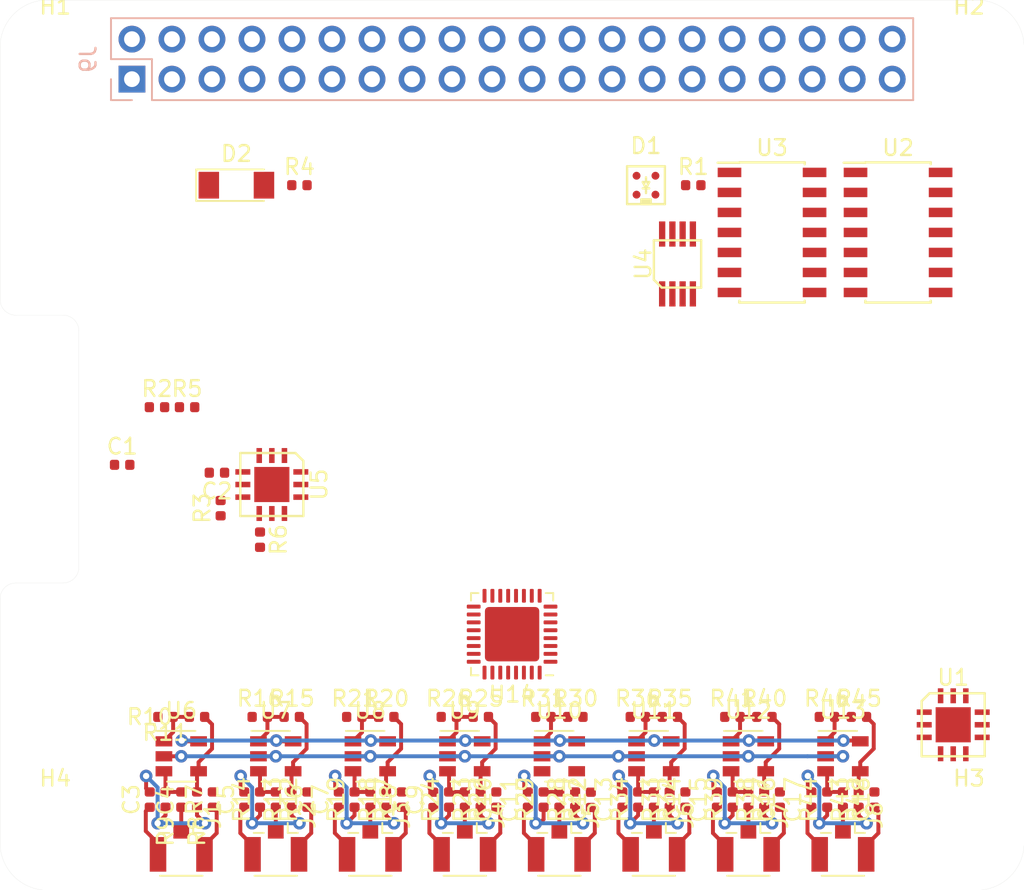
<source format=kicad_pcb>
(kicad_pcb (version 20171130) (host pcbnew "(5.0.2)-1")
  (layers (0 F.Cu signal) (31 B.Cu signal) (34 B.Paste user) (35 F.Paste user) (36 B.SilkS user hide) (37 F.SilkS user hide) (38 B.Mask user) (39 F.Mask user) (44 Edge.Cuts user))
  (net 0 "")
  (net 1 "Net-(R1-Pad1)")
  (net 2 "Net-(R1-Pad2)")
  (net 3 "Net-(U1-Pad1)")
  (net 4 "Net-(C2-Pad1)")
  (net 5 "Net-(D2-Pad2)")
  (net 6 "Net-(C3-Pad1)")
  (net 7 /DAC0)
  (net 8 "Net-(C5-Pad1)")
  (net 9 /DAC1)
  (net 10 "Net-(C7-Pad1)")
  (net 11 /DAC2)
  (net 12 "Net-(C9-Pad1)")
  (net 13 /DAC3)
  (net 14 "Net-(C11-Pad1)")
  (net 15 /DAC4)
  (net 16 "Net-(C13-Pad1)")
  (net 17 /DAC5)
  (net 18 "Net-(C15-Pad1)")
  (net 19 /DAC6)
  (net 20 "Net-(C17-Pad1)")
  (net 21 /DAC7)
  (net 22 "Net-(R4-Pad1)")
  (net 23 GND)
  (net 24 +5V)
  (net 25 "Net-(U4-Pad5)")
  (net 26 "Net-(U4-Pad4)")
  (net 27 "Net-(R3-Pad2)")
  (net 28 "Net-(R3-Pad1)")
  (net 29 "Net-(R2-Pad1)")
  (net 30 "Net-(Q1-Pad1)")
  (net 31 "Net-(C1-Pad1)")
  (net 32 "Net-(C4-Pad1)")
  (net 33 "Net-(C6-Pad1)")
  (net 34 "Net-(C8-Pad1)")
  (net 35 "Net-(C10-Pad1)")
  (net 36 "Net-(C12-Pad1)")
  (net 37 "Net-(C14-Pad1)")
  (net 38 "Net-(C16-Pad1)")
  (net 39 "Net-(C18-Pad1)")
  (net 40 /HV)
  (net 41 "Net-(R10-Pad2)")
  (net 42 "Net-(R10-Pad1)")
  (net 43 /CH0-A)
  (net 44 "Net-(R13-Pad2)")
  (net 45 "Net-(R15-Pad1)")
  (net 46 /CH1-A)
  (net 47 "Net-(R18-Pad2)")
  (net 48 "Net-(R20-Pad1)")
  (net 49 /CH2-A)
  (net 50 "Net-(R23-Pad2)")
  (net 51 "Net-(R25-Pad1)")
  (net 52 /CH3-A)
  (net 53 "Net-(R28-Pad2)")
  (net 54 "Net-(R30-Pad1)")
  (net 55 /CH4-A)
  (net 56 "Net-(R33-Pad2)")
  (net 57 "Net-(R35-Pad1)")
  (net 58 /CH5-A)
  (net 59 "Net-(R38-Pad2)")
  (net 60 "Net-(R40-Pad1)")
  (net 61 /CH6-A)
  (net 62 "Net-(R43-Pad2)")
  (net 63 "Net-(R45-Pad1)")
  (net 64 /CH7-A)
  (net 65 -5V)
  (net 66 +3V3)
  (net 67 "Net-(J9-Pad3)")
  (net 68 "Net-(J9-Pad5)")
  (net 69 "Net-(J9-Pad7)")
  (net 70 "Net-(J9-Pad8)")
  (net 71 "Net-(J9-Pad10)")
  (net 72 "Net-(J9-Pad11)")
  (net 73 "Net-(J9-Pad12)")
  (net 74 "Net-(J9-Pad13)")
  (net 75 "Net-(J9-Pad15)")
  (net 76 "Net-(J9-Pad16)")
  (net 77 "Net-(J9-Pad18)")
  (net 78 MOSI)
  (net 79 MISO)
  (net 80 "Net-(J9-Pad22)")
  (net 81 SCLK)
  (net 82 "Net-(J9-Pad24)")
  (net 83 "Net-(J9-Pad26)")
  (net 84 "Net-(J9-Pad27)")
  (net 85 "Net-(J9-Pad28)")
  (net 86 "Net-(J9-Pad29)")
  (net 87 "Net-(J9-Pad31)")
  (net 88 "Net-(J9-Pad32)")
  (net 89 "Net-(J9-Pad33)")
  (net 90 "Net-(J9-Pad35)")
  (net 91 "Net-(J9-Pad36)")
  (net 92 "Net-(J9-Pad37)")
  (net 93 "Net-(J9-Pad38)")
  (net 94 "Net-(J9-Pad40)")
  (net 95 DAC_CS)
  (net 96 CH0)
  (net 97 CH1)
  (net 98 CH2)
  (net 99 CH3)
  (net 100 CH7)
  (net 101 CH6)
  (net 102 CH5)
  (net 103 CH4)
  (net 104 CL)
  (net 105 HV_CS)
  (net 106 "Net-(U14-Pad1)")
  (net 107 "Net-(U14-Pad2)")
  (net 108 "Net-(U14-Pad5)")
  (net 109 "Net-(U14-Pad6)")
  (net 110 "Net-(U14-Pad7)")
  (net 111 "Net-(U14-Pad8)")
  (net 112 FPGA_RST)
  (net 113 FPGA_DONE)
  (net 114 FPGA_CS)
  (net 115 "Net-(U14-Pad18)")
  (net 116 "Net-(U14-Pad19)")
  (net 117 "Net-(U14-Pad20)")
  (net 118 "Net-(U14-Pad22)")
  (net 119 "Net-(U14-Pad23)")
  (net 120 "Net-(U14-Pad24)")
  (net 121 +1V2)
  (net 122 "Net-(U14-Pad26)")
  (net 123 "Net-(U14-Pad27)")
  (net 124 "Net-(U14-Pad29)")
  (net 125 "Net-(U14-Pad30)")
  (net 126 "Net-(U14-Pad31)")
  (net 127 "Net-(U14-Pad32)")
  (module Resistor_SMD:R_0402_1005Metric (layer F.Cu) (at 11.5 -16.5)
    (fp_text reference R1 (at 0 -1.17) (layer F.SilkS))
    (fp_text value 4K99)
    (pad 1 smd roundrect (at -0.485 0) (size 0.59 0.64) (layers F.Cu F.Paste F.Mask) (net 1 "Net-(R1-Pad1)"))
    (pad 2 smd roundrect (at 0.485 0) (size 0.59 0.64) (layers F.Cu F.Paste F.Mask) (net 2 "Net-(R1-Pad2)"))
  )
  (module tqfn-12:TQFN-12 (layer F.Cu) (at 28 17.75)
    (fp_text reference U1 (at 0 -3) (layer F.SilkS))
    (fp_text value DAC60508ZRTE)
    (pad 1 smd rect (at -1.84 -0.8 90) (size 0.35 0.95) (layers F.Cu F.Paste F.Mask) (net 3 "Net-(U1-Pad1)"))
    (pad 2 smd rect (at -1.84 0 90) (size 0.35 0.95) (layers F.Cu F.Paste F.Mask) (net 7 /DAC0))
    (pad 3 smd rect (at -1.84 0.8 90) (size 0.35 0.95) (layers F.Cu F.Paste F.Mask) (net 9 /DAC1))
    (pad 4 smd rect (at -0.8 1.84) (size 0.35 0.95) (layers F.Cu F.Paste F.Mask) (net 11 /DAC2))
    (pad 5 smd rect (at 0 1.84) (size 0.35 0.95) (layers F.Cu F.Paste F.Mask) (net 13 /DAC3))
    (pad 6 smd rect (at 0.8 1.84) (size 0.35 0.95) (layers F.Cu F.Paste F.Mask) (net 23 GND))
    (pad 7 smd rect (at 1.84 0.8 90) (size 0.35 0.95) (layers F.Cu F.Paste F.Mask) (net 24 +5V))
    (pad 8 smd rect (at 1.84 0 90) (size 0.35 0.95) (layers F.Cu F.Paste F.Mask) (net 15 /DAC4))
    (pad 9 smd rect (at 1.84 -0.8 90) (size 0.35 0.95) (layers F.Cu F.Paste F.Mask) (net 17 /DAC5))
    (pad 10 smd rect (at 0.8 -1.84) (size 0.35 0.95) (layers F.Cu F.Paste F.Mask) (net 19 /DAC6))
    (pad 11 smd rect (at 0 -1.84) (size 0.35 0.95) (layers F.Cu F.Paste F.Mask) (net 21 /DAC7))
    (pad 12 smd rect (at -0.8 -1.84) (size 0.35 0.95) (layers F.Cu F.Paste F.Mask) (net 95 DAC_CS))
    (pad 13 smd rect (at 0 0) (size 2.23 2.23) (layers F.Cu F.Paste F.Mask) (net 81 SCLK))
  )
  (module s13360-2050ve:S13360-2050VE (layer F.Cu) (at 8.5 -16.5)
    (fp_text reference D1 (at 0 -2.5) (layer F.SilkS))
    (fp_text value S13360-2050VE)
    (pad 2 smd circle (at -0.6 0.6) (size 0.5 0.5) (layers F.Cu F.Paste F.Mask))
    (pad 2 smd circle (at 0.6 0.6) (size 0.5 0.5) (layers F.Cu F.Paste F.Mask))
    (pad 1 smd circle (at 0.6 -0.6) (size 0.5 0.5) (layers F.Cu F.Paste F.Mask))
    (pad 1 smd circle (at -0.6 -0.6) (size 0.5 0.5) (layers F.Cu F.Paste F.Mask))
  )
  (module Diode_SMD:D_MiniMELF (layer F.Cu) (at -17.5 -16.5)
    (fp_text reference D2 (at 0 -2) (layer F.SilkS))
    (fp_text value LL4148)
    (pad 1 smd rect (at -1.75 0) (size 1.3 1.7) (layers F.Cu F.Paste F.Mask) (net 4 "Net-(C2-Pad1)"))
    (pad 2 smd rect (at 1.75 0) (size 1.3 1.7) (layers F.Cu F.Paste F.Mask) (net 5 "Net-(D2-Pad2)"))
  )
  (module Connector_Coaxial:U.FL_Hirose_U.FL-R-SMT-1_Vertical (layer F.Cu) (at -21 25.5 270)
    (fp_text reference J1 (at -2 -2 270) (layer F.SilkS))
    (fp_text value Conn_Coaxial)
    (pad 2 smd rect (at 0.475 -1.475 270) (size 2.2 1.05) (layers F.Cu F.Paste F.Mask) (net 6 "Net-(C3-Pad1)"))
    (pad 1 smd rect (at -1.05 0 270) (size 1.05 1) (layers F.Cu F.Paste F.Mask) (net 7 /DAC0))
    (pad 2 smd rect (at 0.475 1.475 270) (size 2.2 1.05) (layers F.Cu F.Paste F.Mask) (net 6 "Net-(C3-Pad1)"))
  )
  (module Connector_Coaxial:U.FL_Hirose_U.FL-R-SMT-1_Vertical (layer F.Cu) (at -15 25.5 270)
    (fp_text reference J2 (at -2 -2 270) (layer F.SilkS))
    (fp_text value Conn_Coaxial)
    (pad 2 smd rect (at 0.475 -1.475 270) (size 2.2 1.05) (layers F.Cu F.Paste F.Mask) (net 8 "Net-(C5-Pad1)"))
    (pad 1 smd rect (at -1.05 0 270) (size 1.05 1) (layers F.Cu F.Paste F.Mask) (net 9 /DAC1))
    (pad 2 smd rect (at 0.475 1.475 270) (size 2.2 1.05) (layers F.Cu F.Paste F.Mask) (net 8 "Net-(C5-Pad1)"))
  )
  (module Connector_Coaxial:U.FL_Hirose_U.FL-R-SMT-1_Vertical (layer F.Cu) (at -9 25.5 270)
    (fp_text reference J3 (at -2 -2 270) (layer F.SilkS))
    (fp_text value Conn_Coaxial)
    (pad 2 smd rect (at 0.475 -1.475 270) (size 2.2 1.05) (layers F.Cu F.Paste F.Mask) (net 10 "Net-(C7-Pad1)"))
    (pad 1 smd rect (at -1.05 0 270) (size 1.05 1) (layers F.Cu F.Paste F.Mask) (net 11 /DAC2))
    (pad 2 smd rect (at 0.475 1.475 270) (size 2.2 1.05) (layers F.Cu F.Paste F.Mask) (net 10 "Net-(C7-Pad1)"))
  )
  (module Connector_Coaxial:U.FL_Hirose_U.FL-R-SMT-1_Vertical (layer F.Cu) (at -3 25.5 270)
    (fp_text reference J4 (at -2 -2 270) (layer F.SilkS))
    (fp_text value Conn_Coaxial)
    (pad 2 smd rect (at 0.475 1.475 270) (size 2.2 1.05) (layers F.Cu F.Paste F.Mask) (net 12 "Net-(C9-Pad1)"))
    (pad 1 smd rect (at -1.05 0 270) (size 1.05 1) (layers F.Cu F.Paste F.Mask) (net 13 /DAC3))
    (pad 2 smd rect (at 0.475 -1.475 270) (size 2.2 1.05) (layers F.Cu F.Paste F.Mask) (net 12 "Net-(C9-Pad1)"))
  )
  (module Connector_Coaxial:U.FL_Hirose_U.FL-R-SMT-1_Vertical (layer F.Cu) (at 3 25.5 270)
    (fp_text reference J5 (at -2 -2 270) (layer F.SilkS))
    (fp_text value Conn_Coaxial)
    (pad 2 smd rect (at 0.475 1.475 270) (size 2.2 1.05) (layers F.Cu F.Paste F.Mask) (net 14 "Net-(C11-Pad1)"))
    (pad 1 smd rect (at -1.05 0 270) (size 1.05 1) (layers F.Cu F.Paste F.Mask) (net 15 /DAC4))
    (pad 2 smd rect (at 0.475 -1.475 270) (size 2.2 1.05) (layers F.Cu F.Paste F.Mask) (net 14 "Net-(C11-Pad1)"))
  )
  (module Connector_Coaxial:U.FL_Hirose_U.FL-R-SMT-1_Vertical (layer F.Cu) (at 9 25.5 270)
    (fp_text reference J6 (at -2 -2 270) (layer F.SilkS))
    (fp_text value Conn_Coaxial)
    (pad 2 smd rect (at 0.475 1.475 270) (size 2.2 1.05) (layers F.Cu F.Paste F.Mask) (net 16 "Net-(C13-Pad1)"))
    (pad 1 smd rect (at -1.05 0 270) (size 1.05 1) (layers F.Cu F.Paste F.Mask) (net 17 /DAC5))
    (pad 2 smd rect (at 0.475 -1.475 270) (size 2.2 1.05) (layers F.Cu F.Paste F.Mask) (net 16 "Net-(C13-Pad1)"))
  )
  (module Connector_Coaxial:U.FL_Hirose_U.FL-R-SMT-1_Vertical (layer F.Cu) (at 15 25.5 270)
    (fp_text reference J7 (at -2 -2 270) (layer F.SilkS))
    (fp_text value Conn_Coaxial)
    (pad 2 smd rect (at 0.475 1.475 270) (size 2.2 1.05) (layers F.Cu F.Paste F.Mask) (net 18 "Net-(C15-Pad1)"))
    (pad 1 smd rect (at -1.05 0 270) (size 1.05 1) (layers F.Cu F.Paste F.Mask) (net 19 /DAC6))
    (pad 2 smd rect (at 0.475 -1.475 270) (size 2.2 1.05) (layers F.Cu F.Paste F.Mask) (net 18 "Net-(C15-Pad1)"))
  )
  (module Connector_Coaxial:U.FL_Hirose_U.FL-R-SMT-1_Vertical (layer F.Cu) (at 21 25.5 270)
    (fp_text reference J8 (at -2 -2 270) (layer F.SilkS))
    (fp_text value Conn_Coaxial)
    (pad 2 smd rect (at 0.475 -1.475 270) (size 2.2 1.05) (layers F.Cu F.Paste F.Mask) (net 20 "Net-(C17-Pad1)"))
    (pad 1 smd rect (at -1.05 0 270) (size 1.05 1) (layers F.Cu F.Paste F.Mask) (net 21 /DAC7))
    (pad 2 smd rect (at 0.475 1.475 270) (size 2.2 1.05) (layers F.Cu F.Paste F.Mask) (net 20 "Net-(C17-Pad1)"))
  )
  (module Resistor_SMD:R_0402_1005Metric (layer F.Cu) (at -13.5 -16.5)
    (fp_text reference R4 (at 0 -1.17) (layer F.SilkS))
    (fp_text value 806R)
    (pad 1 smd roundrect (at -0.485 0) (size 0.59 0.64) (layers F.Cu F.Paste F.Mask) (net 22 "Net-(R4-Pad1)"))
    (pad 2 smd roundrect (at 0.485 0) (size 0.59 0.64) (layers F.Cu F.Paste F.Mask) (net 4 "Net-(C2-Pad1)"))
  )
  (module ina28x:TI-DGK-VSSOP-8 (layer F.Cu) (at 10.5 -11.5)
    (fp_text reference U4 (at -2.175 0 90) (layer F.SilkS))
    (fp_text value INA285)
    (pad 8 smd rect (at -0.975 -1.9) (size 0.4 1.6) (layers F.Cu F.Paste F.Mask) (net 1 "Net-(R1-Pad1)"))
    (pad 1 smd rect (at -0.975 1.9) (size 0.4 1.6) (layers F.Cu F.Paste F.Mask) (net 2 "Net-(R1-Pad2)"))
    (pad 7 smd rect (at -0.325 -1.9) (size 0.4 1.6) (layers F.Cu F.Paste F.Mask) (net 23 GND))
    (pad 2 smd rect (at -0.325 1.9) (size 0.4 1.6) (layers F.Cu F.Paste F.Mask) (net 23 GND))
    (pad 6 smd rect (at 0.325 -1.9) (size 0.4 1.6) (layers F.Cu F.Paste F.Mask) (net 23 GND))
    (pad 3 smd rect (at 0.325 1.9) (size 0.4 1.6) (layers F.Cu F.Paste F.Mask) (net 23 GND))
    (pad 5 smd rect (at 0.975 -1.9) (size 0.4 1.6) (layers F.Cu F.Paste F.Mask) (net 25 "Net-(U4-Pad5)"))
    (pad 4 smd rect (at 0.975 1.9) (size 0.4 1.6) (layers F.Cu F.Paste F.Mask) (net 26 "Net-(U4-Pad4)"))
  )
  (module tqfn-12:TQFN-12 (layer F.Cu) (at -15.25 2.5 270)
    (fp_text reference U5 (at 0 -3 270) (layer F.SilkS))
    (fp_text value MAX1932)
    (pad 1 smd rect (at -1.84 -0.8) (size 0.35 0.95) (layers F.Cu F.Paste F.Mask) (net 81 SCLK))
    (pad 2 smd rect (at -1.84 0) (size 0.35 0.95) (layers F.Cu F.Paste F.Mask) (net 78 MOSI))
    (pad 3 smd rect (at -1.84 0.8) (size 0.35 0.95) (layers F.Cu F.Paste F.Mask) (net 104 CL))
    (pad 4 smd rect (at -0.8 1.84 270) (size 0.35 0.95) (layers F.Cu F.Paste F.Mask) (net 4 "Net-(C2-Pad1)"))
    (pad 5 smd rect (at 0 1.84 270) (size 0.35 0.95) (layers F.Cu F.Paste F.Mask) (net 22 "Net-(R4-Pad1)"))
    (pad 6 smd rect (at 0.8 1.84 270) (size 0.35 0.95) (layers F.Cu F.Paste F.Mask) (net 27 "Net-(R3-Pad2)"))
    (pad 7 smd rect (at 1.84 0.8) (size 0.35 0.95) (layers F.Cu F.Paste F.Mask) (net 28 "Net-(R3-Pad1)"))
    (pad 8 smd rect (at 1.84 0) (size 0.35 0.95) (layers F.Cu F.Paste F.Mask) (net 29 "Net-(R2-Pad1)"))
    (pad 9 smd rect (at 1.84 -0.8) (size 0.35 0.95) (layers F.Cu F.Paste F.Mask) (net 23 GND))
    (pad 10 smd rect (at 0.8 -1.84 270) (size 0.35 0.95) (layers F.Cu F.Paste F.Mask) (net 30 "Net-(Q1-Pad1)"))
    (pad 11 smd rect (at 0 -1.84 270) (size 0.35 0.95) (layers F.Cu F.Paste F.Mask) (net 23 GND))
    (pad 12 smd rect (at -0.8 -1.84 270) (size 0.35 0.95) (layers F.Cu F.Paste F.Mask) (net 105 HV_CS))
    (pad 13 smd rect (at 0 0 270) (size 2.23 2.23) (layers F.Cu F.Paste F.Mask))
  )
  (module Capacitor_SMD:C_0402_1005Metric (layer F.Cu) (at -24.75 1.25)
    (fp_text reference C1 (at 0 -1.17) (layer F.SilkS))
    (fp_text value 0u22)
    (pad 1 smd roundrect (at -0.485 0) (size 0.59 0.64) (layers F.Cu F.Paste F.Mask) (net 31 "Net-(C1-Pad1)"))
    (pad 2 smd roundrect (at 0.485 0) (size 0.59 0.64) (layers F.Cu F.Paste F.Mask) (net 23 GND))
  )
  (module Capacitor_SMD:C_0402_1005Metric (layer F.Cu) (at -18.735 1.75 180)
    (fp_text reference C2 (at 0 -1.17 180) (layer F.SilkS))
    (fp_text value 47n)
    (pad 1 smd roundrect (at -0.485 0 180) (size 0.59 0.64) (layers F.Cu F.Paste F.Mask) (net 4 "Net-(C2-Pad1)"))
    (pad 2 smd roundrect (at 0.485 0 180) (size 0.59 0.64) (layers F.Cu F.Paste F.Mask) (net 23 GND))
  )
  (module Capacitor_SMD:C_0402_1005Metric (layer F.Cu) (at -23 22.5 90)
    (fp_text reference C3 (at 0 -1.17 90) (layer F.SilkS))
    (fp_text value 47n)
    (pad 2 smd roundrect (at 0.485 0 90) (size 0.59 0.64) (layers F.Cu F.Paste F.Mask) (net 23 GND))
    (pad 1 smd roundrect (at -0.485 0 90) (size 0.59 0.64) (layers F.Cu F.Paste F.Mask) (net 6 "Net-(C3-Pad1)"))
  )
  (module Capacitor_SMD:C_0402_1005Metric (layer F.Cu) (at -21 22.5 270)
    (fp_text reference C4 (at 0.03 1 270) (layer F.SilkS))
    (fp_text value 1u)
    (pad 2 smd roundrect (at 0.485 0 270) (size 0.59 0.64) (layers F.Cu F.Paste F.Mask) (net 7 /DAC0))
    (pad 1 smd roundrect (at -0.485 0 270) (size 0.59 0.64) (layers F.Cu F.Paste F.Mask) (net 32 "Net-(C4-Pad1)"))
  )
  (module Capacitor_SMD:C_0402_1005Metric (layer F.Cu) (at -17 22.5 90)
    (fp_text reference C5 (at 0 -1.17 90) (layer F.SilkS))
    (fp_text value 47n)
    (pad 2 smd roundrect (at 0.485 0 90) (size 0.59 0.64) (layers F.Cu F.Paste F.Mask) (net 23 GND))
    (pad 1 smd roundrect (at -0.485 0 90) (size 0.59 0.64) (layers F.Cu F.Paste F.Mask) (net 8 "Net-(C5-Pad1)"))
  )
  (module Capacitor_SMD:C_0402_1005Metric (layer F.Cu) (at -15 22.5 270)
    (fp_text reference C6 (at 0 -1.17 270) (layer F.SilkS))
    (fp_text value 1u)
    (pad 1 smd roundrect (at -0.485 0 270) (size 0.59 0.64) (layers F.Cu F.Paste F.Mask) (net 33 "Net-(C6-Pad1)"))
    (pad 2 smd roundrect (at 0.485 0 270) (size 0.59 0.64) (layers F.Cu F.Paste F.Mask) (net 9 /DAC1))
  )
  (module Capacitor_SMD:C_0402_1005Metric (layer F.Cu) (at -11 22.5 90)
    (fp_text reference C7 (at 0 -1.17 90) (layer F.SilkS))
    (fp_text value 47n)
    (pad 2 smd roundrect (at 0.485 0 90) (size 0.59 0.64) (layers F.Cu F.Paste F.Mask) (net 23 GND))
    (pad 1 smd roundrect (at -0.485 0 90) (size 0.59 0.64) (layers F.Cu F.Paste F.Mask) (net 10 "Net-(C7-Pad1)"))
  )
  (module Capacitor_SMD:C_0402_1005Metric (layer F.Cu) (at -9 22.5 270)
    (fp_text reference C8 (at 0 -1.17 270) (layer F.SilkS))
    (fp_text value 1u)
    (pad 1 smd roundrect (at -0.485 0 270) (size 0.59 0.64) (layers F.Cu F.Paste F.Mask) (net 34 "Net-(C8-Pad1)"))
    (pad 2 smd roundrect (at 0.485 0 270) (size 0.59 0.64) (layers F.Cu F.Paste F.Mask) (net 11 /DAC2))
  )
  (module Capacitor_SMD:C_0402_1005Metric (layer F.Cu) (at -5 22.515 90)
    (fp_text reference C9 (at 0 -1.17 90) (layer F.SilkS))
    (fp_text value 47n)
    (pad 2 smd roundrect (at 0.485 0 90) (size 0.59 0.64) (layers F.Cu F.Paste F.Mask) (net 23 GND))
    (pad 1 smd roundrect (at -0.485 0 90) (size 0.59 0.64) (layers F.Cu F.Paste F.Mask) (net 12 "Net-(C9-Pad1)"))
  )
  (module Capacitor_SMD:C_0402_1005Metric (layer F.Cu) (at -3 22.5 270)
    (fp_text reference C10 (at 0 -1.17 270) (layer F.SilkS))
    (fp_text value 1u)
    (pad 1 smd roundrect (at -0.485 0 270) (size 0.59 0.64) (layers F.Cu F.Paste F.Mask) (net 35 "Net-(C10-Pad1)"))
    (pad 2 smd roundrect (at 0.485 0 270) (size 0.59 0.64) (layers F.Cu F.Paste F.Mask) (net 13 /DAC3))
  )
  (module Capacitor_SMD:C_0402_1005Metric (layer F.Cu) (at 1 22.5 90)
    (fp_text reference C11 (at 0 -1.17 90) (layer F.SilkS))
    (fp_text value 47n)
    (pad 1 smd roundrect (at -0.485 0 90) (size 0.59 0.64) (layers F.Cu F.Paste F.Mask) (net 14 "Net-(C11-Pad1)"))
    (pad 2 smd roundrect (at 0.485 0 90) (size 0.59 0.64) (layers F.Cu F.Paste F.Mask) (net 23 GND))
  )
  (module Capacitor_SMD:C_0402_1005Metric (layer F.Cu) (at 3 22.5 270)
    (fp_text reference C12 (at 0 -1.17 270) (layer F.SilkS))
    (fp_text value 1u)
    (pad 2 smd roundrect (at 0.485 0 270) (size 0.59 0.64) (layers F.Cu F.Paste F.Mask) (net 15 /DAC4))
    (pad 1 smd roundrect (at -0.485 0 270) (size 0.59 0.64) (layers F.Cu F.Paste F.Mask) (net 36 "Net-(C12-Pad1)"))
  )
  (module Capacitor_SMD:C_0402_1005Metric (layer F.Cu) (at 7 22.5 90)
    (fp_text reference C13 (at 0 -1.17 90) (layer F.SilkS))
    (fp_text value 47n)
    (pad 1 smd roundrect (at -0.485 0 90) (size 0.59 0.64) (layers F.Cu F.Paste F.Mask) (net 16 "Net-(C13-Pad1)"))
    (pad 2 smd roundrect (at 0.485 0 90) (size 0.59 0.64) (layers F.Cu F.Paste F.Mask) (net 23 GND))
  )
  (module Capacitor_SMD:C_0402_1005Metric (layer F.Cu) (at 9 22.5 270)
    (fp_text reference C14 (at 0 -1.17 270) (layer F.SilkS))
    (fp_text value 1u)
    (pad 2 smd roundrect (at 0.485 0 270) (size 0.59 0.64) (layers F.Cu F.Paste F.Mask) (net 17 /DAC5))
    (pad 1 smd roundrect (at -0.485 0 270) (size 0.59 0.64) (layers F.Cu F.Paste F.Mask) (net 37 "Net-(C14-Pad1)"))
  )
  (module Capacitor_SMD:C_0402_1005Metric (layer F.Cu) (at 13 22.5 90)
    (fp_text reference C15 (at 0 -1.17 90) (layer F.SilkS))
    (fp_text value 47n)
    (pad 2 smd roundrect (at 0.485 0 90) (size 0.59 0.64) (layers F.Cu F.Paste F.Mask) (net 23 GND))
    (pad 1 smd roundrect (at -0.485 0 90) (size 0.59 0.64) (layers F.Cu F.Paste F.Mask) (net 18 "Net-(C15-Pad1)"))
  )
  (module Capacitor_SMD:C_0402_1005Metric (layer F.Cu) (at 15 22.5 270)
    (fp_text reference C16 (at 0 -1.17 270) (layer F.SilkS))
    (fp_text value 1u)
    (pad 1 smd roundrect (at -0.485 0 270) (size 0.59 0.64) (layers F.Cu F.Paste F.Mask) (net 38 "Net-(C16-Pad1)"))
    (pad 2 smd roundrect (at 0.485 0 270) (size 0.59 0.64) (layers F.Cu F.Paste F.Mask) (net 19 /DAC6))
  )
  (module Capacitor_SMD:C_0402_1005Metric (layer F.Cu) (at 19 22.5 90)
    (fp_text reference C17 (at 0 -1.17 90) (layer F.SilkS))
    (fp_text value 47n)
    (pad 1 smd roundrect (at -0.485 0 90) (size 0.59 0.64) (layers F.Cu F.Paste F.Mask) (net 20 "Net-(C17-Pad1)"))
    (pad 2 smd roundrect (at 0.485 0 90) (size 0.59 0.64) (layers F.Cu F.Paste F.Mask) (net 23 GND))
  )
  (module Capacitor_SMD:C_0402_1005Metric (layer F.Cu) (at 21 22.5 270)
    (fp_text reference C18 (at 0 -1.17 270) (layer F.SilkS))
    (fp_text value 1u)
    (pad 2 smd roundrect (at 0.485 0 270) (size 0.59 0.64) (layers F.Cu F.Paste F.Mask) (net 21 /DAC7))
    (pad 1 smd roundrect (at -0.485 0 270) (size 0.59 0.64) (layers F.Cu F.Paste F.Mask) (net 39 "Net-(C18-Pad1)"))
  )
  (module Resistor_SMD:R_0402_1005Metric (layer F.Cu) (at -22.539999 -2.409999)
    (fp_text reference R2 (at 0 -1.17) (layer F.SilkS))
    (fp_text value 20R)
    (pad 2 smd roundrect (at 0.485 0) (size 0.59 0.64) (layers F.Cu F.Paste F.Mask) (net 31 "Net-(C1-Pad1)"))
    (pad 1 smd roundrect (at -0.485 0) (size 0.59 0.64) (layers F.Cu F.Paste F.Mask) (net 29 "Net-(R2-Pad1)"))
  )
  (module Resistor_SMD:R_0402_1005Metric (layer F.Cu) (at -18.5 4 90)
    (fp_text reference R3 (at 0 -1.17 90) (layer F.SilkS))
    (fp_text value 2K49)
    (pad 1 smd roundrect (at -0.485 0 90) (size 0.59 0.64) (layers F.Cu F.Paste F.Mask) (net 28 "Net-(R3-Pad1)"))
    (pad 2 smd roundrect (at 0.485 0 90) (size 0.59 0.64) (layers F.Cu F.Paste F.Mask) (net 27 "Net-(R3-Pad2)"))
  )
  (module Resistor_SMD:R_0402_1005Metric (layer F.Cu) (at -20.629999 -2.409999)
    (fp_text reference R5 (at 0 -1.17) (layer F.SilkS))
    (fp_text value 100K)
    (pad 1 smd roundrect (at -0.485 0) (size 0.59 0.64) (layers F.Cu F.Paste F.Mask) (net 22 "Net-(R4-Pad1)"))
    (pad 2 smd roundrect (at 0.485 0) (size 0.59 0.64) (layers F.Cu F.Paste F.Mask) (net 28 "Net-(R3-Pad1)"))
  )
  (module Resistor_SMD:R_0402_1005Metric (layer F.Cu) (at -16 6 270)
    (fp_text reference R6 (at 0 -1.17 270) (layer F.SilkS))
    (fp_text value 2K37)
    (pad 1 smd roundrect (at -0.485 0 270) (size 0.59 0.64) (layers F.Cu F.Paste F.Mask) (net 28 "Net-(R3-Pad1)"))
    (pad 2 smd roundrect (at 0.485 0 270) (size 0.59 0.64) (layers F.Cu F.Paste F.Mask) (net 23 GND))
  )
  (module Resistor_SMD:R_0402_1005Metric (layer F.Cu) (at -19 22.5 90)
    (fp_text reference R7 (at 0 -1.17 90) (layer F.SilkS))
    (fp_text value 1K)
    (pad 2 smd roundrect (at 0.485 0 90) (size 0.59 0.64) (layers F.Cu F.Paste F.Mask) (net 40 /HV))
    (pad 1 smd roundrect (at -0.485 0 90) (size 0.59 0.64) (layers F.Cu F.Paste F.Mask) (net 6 "Net-(C3-Pad1)"))
  )
  (module Resistor_SMD:R_0402_1005Metric (layer F.Cu) (at -20 22.5 90)
    (fp_text reference R8 (at -2 0 90) (layer F.SilkS))
    (fp_text value 51R)
    (pad 2 smd roundrect (at 0.485 0 90) (size 0.59 0.64) (layers F.Cu F.Paste F.Mask) (net 41 "Net-(R10-Pad2)"))
    (pad 1 smd roundrect (at -0.485 0 90) (size 0.59 0.64) (layers F.Cu F.Paste F.Mask) (net 23 GND))
  )
  (module Resistor_SMD:R_0402_1005Metric (layer F.Cu) (at -22 22.5 90)
    (fp_text reference R9 (at -2 0 90) (layer F.SilkS))
    (fp_text value 51R)
    (pad 1 smd roundrect (at -0.485 0 90) (size 0.59 0.64) (layers F.Cu F.Paste F.Mask) (net 23 GND))
    (pad 2 smd roundrect (at 0.485 0 90) (size 0.59 0.64) (layers F.Cu F.Paste F.Mask) (net 32 "Net-(C4-Pad1)"))
  )
  (module Resistor_SMD:R_0402_1005Metric (layer F.Cu) (at -20 17.25)
    (fp_text reference R10 (at -3 0) (layer F.SilkS))
    (fp_text value 20K)
    (pad 1 smd roundrect (at -0.485 0) (size 0.59 0.64) (layers F.Cu F.Paste F.Mask) (net 42 "Net-(R10-Pad1)"))
    (pad 2 smd roundrect (at 0.485 0) (size 0.59 0.64) (layers F.Cu F.Paste F.Mask) (net 41 "Net-(R10-Pad2)"))
  )
  (module Resistor_SMD:R_0402_1005Metric (layer F.Cu) (at -22 17.25)
    (fp_text reference R11 (at 0 1) (layer F.SilkS))
    (fp_text value 51R)
    (pad 2 smd roundrect (at 0.485 0) (size 0.59 0.64) (layers F.Cu F.Paste F.Mask) (net 42 "Net-(R10-Pad1)"))
    (pad 1 smd roundrect (at -0.485 0) (size 0.59 0.64) (layers F.Cu F.Paste F.Mask) (net 43 /CH0-A))
  )
  (module Resistor_SMD:R_0402_1005Metric (layer F.Cu) (at -13 22.5 90)
    (fp_text reference R12 (at 0 -1.17 90) (layer F.SilkS))
    (fp_text value 1K)
    (pad 2 smd roundrect (at 0.485 0 90) (size 0.59 0.64) (layers F.Cu F.Paste F.Mask) (net 40 /HV))
    (pad 1 smd roundrect (at -0.485 0 90) (size 0.59 0.64) (layers F.Cu F.Paste F.Mask) (net 8 "Net-(C5-Pad1)"))
  )
  (module Resistor_SMD:R_0402_1005Metric (layer F.Cu) (at -14 22.5 90)
    (fp_text reference R13 (at 0 -1.17 90) (layer F.SilkS))
    (fp_text value 51R)
    (pad 2 smd roundrect (at 0.485 0 90) (size 0.59 0.64) (layers F.Cu F.Paste F.Mask) (net 44 "Net-(R13-Pad2)"))
    (pad 1 smd roundrect (at -0.485 0 90) (size 0.59 0.64) (layers F.Cu F.Paste F.Mask) (net 23 GND))
  )
  (module Resistor_SMD:R_0402_1005Metric (layer F.Cu) (at -16 22.5 90)
    (fp_text reference R14 (at 0 -1.17 90) (layer F.SilkS))
    (fp_text value 51R)
    (pad 1 smd roundrect (at -0.485 0 90) (size 0.59 0.64) (layers F.Cu F.Paste F.Mask) (net 23 GND))
    (pad 2 smd roundrect (at 0.485 0 90) (size 0.59 0.64) (layers F.Cu F.Paste F.Mask) (net 33 "Net-(C6-Pad1)"))
  )
  (module Resistor_SMD:R_0402_1005Metric (layer F.Cu) (at -13.985 17.25)
    (fp_text reference R15 (at 0 -1.17) (layer F.SilkS))
    (fp_text value 20K)
    (pad 2 smd roundrect (at 0.485 0) (size 0.59 0.64) (layers F.Cu F.Paste F.Mask) (net 44 "Net-(R13-Pad2)"))
    (pad 1 smd roundrect (at -0.485 0) (size 0.59 0.64) (layers F.Cu F.Paste F.Mask) (net 45 "Net-(R15-Pad1)"))
  )
  (module Resistor_SMD:R_0402_1005Metric (layer F.Cu) (at -16.015 17.25)
    (fp_text reference R16 (at 0 -1.17) (layer F.SilkS))
    (fp_text value 51R)
    (pad 2 smd roundrect (at 0.485 0) (size 0.59 0.64) (layers F.Cu F.Paste F.Mask) (net 45 "Net-(R15-Pad1)"))
    (pad 1 smd roundrect (at -0.485 0) (size 0.59 0.64) (layers F.Cu F.Paste F.Mask) (net 46 /CH1-A))
  )
  (module Resistor_SMD:R_0402_1005Metric (layer F.Cu) (at -7 22.5 90)
    (fp_text reference R17 (at 0 -1.17 90) (layer F.SilkS))
    (fp_text value 1K)
    (pad 2 smd roundrect (at 0.485 0 90) (size 0.59 0.64) (layers F.Cu F.Paste F.Mask) (net 40 /HV))
    (pad 1 smd roundrect (at -0.485 0 90) (size 0.59 0.64) (layers F.Cu F.Paste F.Mask) (net 10 "Net-(C7-Pad1)"))
  )
  (module Resistor_SMD:R_0402_1005Metric (layer F.Cu) (at -8 22.5 90)
    (fp_text reference R18 (at 0 -1.17 90) (layer F.SilkS))
    (fp_text value 51R)
    (pad 1 smd roundrect (at -0.485 0 90) (size 0.59 0.64) (layers F.Cu F.Paste F.Mask) (net 23 GND))
    (pad 2 smd roundrect (at 0.485 0 90) (size 0.59 0.64) (layers F.Cu F.Paste F.Mask) (net 47 "Net-(R18-Pad2)"))
  )
  (module Resistor_SMD:R_0402_1005Metric (layer F.Cu) (at -10 22.5 90)
    (fp_text reference R19 (at 0 -1.17 90) (layer F.SilkS))
    (fp_text value 51R)
    (pad 2 smd roundrect (at 0.485 0 90) (size 0.59 0.64) (layers F.Cu F.Paste F.Mask) (net 34 "Net-(C8-Pad1)"))
    (pad 1 smd roundrect (at -0.485 0 90) (size 0.59 0.64) (layers F.Cu F.Paste F.Mask) (net 23 GND))
  )
  (module Resistor_SMD:R_0402_1005Metric (layer F.Cu) (at -7.985 17.25)
    (fp_text reference R20 (at 0 -1.17) (layer F.SilkS))
    (fp_text value 20K)
    (pad 2 smd roundrect (at 0.485 0) (size 0.59 0.64) (layers F.Cu F.Paste F.Mask) (net 47 "Net-(R18-Pad2)"))
    (pad 1 smd roundrect (at -0.485 0) (size 0.59 0.64) (layers F.Cu F.Paste F.Mask) (net 48 "Net-(R20-Pad1)"))
  )
  (module Resistor_SMD:R_0402_1005Metric (layer F.Cu) (at -10.015 17.25)
    (fp_text reference R21 (at 0 -1.17) (layer F.SilkS))
    (fp_text value 51R)
    (pad 1 smd roundrect (at -0.485 0) (size 0.59 0.64) (layers F.Cu F.Paste F.Mask) (net 49 /CH2-A))
    (pad 2 smd roundrect (at 0.485 0) (size 0.59 0.64) (layers F.Cu F.Paste F.Mask) (net 48 "Net-(R20-Pad1)"))
  )
  (module Resistor_SMD:R_0402_1005Metric (layer F.Cu) (at -1 22.5 90)
    (fp_text reference R22 (at 0 -1.17 90) (layer F.SilkS))
    (fp_text value 1K)
    (pad 2 smd roundrect (at 0.485 0 90) (size 0.59 0.64) (layers F.Cu F.Paste F.Mask) (net 40 /HV))
    (pad 1 smd roundrect (at -0.485 0 90) (size 0.59 0.64) (layers F.Cu F.Paste F.Mask) (net 12 "Net-(C9-Pad1)"))
  )
  (module Resistor_SMD:R_0402_1005Metric (layer F.Cu) (at -2 22.5 90)
    (fp_text reference R23 (at 0 -1.17 90) (layer F.SilkS))
    (fp_text value 51R)
    (pad 2 smd roundrect (at 0.485 0 90) (size 0.59 0.64) (layers F.Cu F.Paste F.Mask) (net 50 "Net-(R23-Pad2)"))
    (pad 1 smd roundrect (at -0.485 0 90) (size 0.59 0.64) (layers F.Cu F.Paste F.Mask) (net 23 GND))
  )
  (module Resistor_SMD:R_0402_1005Metric (layer F.Cu) (at -4 22.5 90)
    (fp_text reference R24 (at 0 -1.17 90) (layer F.SilkS))
    (fp_text value 51R)
    (pad 1 smd roundrect (at -0.485 0 90) (size 0.59 0.64) (layers F.Cu F.Paste F.Mask) (net 23 GND))
    (pad 2 smd roundrect (at 0.485 0 90) (size 0.59 0.64) (layers F.Cu F.Paste F.Mask) (net 35 "Net-(C10-Pad1)"))
  )
  (module Resistor_SMD:R_0402_1005Metric (layer F.Cu) (at -1.985 17.25)
    (fp_text reference R25 (at 0 -1.17) (layer F.SilkS))
    (fp_text value 20K)
    (pad 1 smd roundrect (at -0.485 0) (size 0.59 0.64) (layers F.Cu F.Paste F.Mask) (net 51 "Net-(R25-Pad1)"))
    (pad 2 smd roundrect (at 0.485 0) (size 0.59 0.64) (layers F.Cu F.Paste F.Mask) (net 50 "Net-(R23-Pad2)"))
  )
  (module Resistor_SMD:R_0402_1005Metric (layer F.Cu) (at -4.015 17.25)
    (fp_text reference R26 (at 0 -1.17) (layer F.SilkS))
    (fp_text value 51R)
    (pad 2 smd roundrect (at 0.485 0) (size 0.59 0.64) (layers F.Cu F.Paste F.Mask) (net 51 "Net-(R25-Pad1)"))
    (pad 1 smd roundrect (at -0.485 0) (size 0.59 0.64) (layers F.Cu F.Paste F.Mask) (net 52 /CH3-A))
  )
  (module Resistor_SMD:R_0402_1005Metric (layer F.Cu) (at 5 22.515 90)
    (fp_text reference R27 (at 0 -1.17 90) (layer F.SilkS))
    (fp_text value 1K)
    (pad 1 smd roundrect (at -0.485 0 90) (size 0.59 0.64) (layers F.Cu F.Paste F.Mask) (net 14 "Net-(C11-Pad1)"))
    (pad 2 smd roundrect (at 0.485 0 90) (size 0.59 0.64) (layers F.Cu F.Paste F.Mask) (net 40 /HV))
  )
  (module Resistor_SMD:R_0402_1005Metric (layer F.Cu) (at 4 22.5 90)
    (fp_text reference R28 (at 0 -1.17 90) (layer F.SilkS))
    (fp_text value 51R)
    (pad 1 smd roundrect (at -0.485 0 90) (size 0.59 0.64) (layers F.Cu F.Paste F.Mask) (net 23 GND))
    (pad 2 smd roundrect (at 0.485 0 90) (size 0.59 0.64) (layers F.Cu F.Paste F.Mask) (net 53 "Net-(R28-Pad2)"))
  )
  (module Resistor_SMD:R_0402_1005Metric (layer F.Cu) (at 2 22.5 90)
    (fp_text reference R29 (at 0 -1.17 90) (layer F.SilkS))
    (fp_text value 51R)
    (pad 1 smd roundrect (at -0.485 0 90) (size 0.59 0.64) (layers F.Cu F.Paste F.Mask) (net 23 GND))
    (pad 2 smd roundrect (at 0.485 0 90) (size 0.59 0.64) (layers F.Cu F.Paste F.Mask) (net 36 "Net-(C12-Pad1)"))
  )
  (module Resistor_SMD:R_0402_1005Metric (layer F.Cu) (at 4.015 17.25)
    (fp_text reference R30 (at 0 -1.17) (layer F.SilkS))
    (fp_text value 20K)
    (pad 2 smd roundrect (at 0.485 0) (size 0.59 0.64) (layers F.Cu F.Paste F.Mask) (net 53 "Net-(R28-Pad2)"))
    (pad 1 smd roundrect (at -0.485 0) (size 0.59 0.64) (layers F.Cu F.Paste F.Mask) (net 54 "Net-(R30-Pad1)"))
  )
  (module Resistor_SMD:R_0402_1005Metric (layer F.Cu) (at 1.985 17.25)
    (fp_text reference R31 (at 0 -1.17) (layer F.SilkS))
    (fp_text value 51R)
    (pad 2 smd roundrect (at 0.485 0) (size 0.59 0.64) (layers F.Cu F.Paste F.Mask) (net 54 "Net-(R30-Pad1)"))
    (pad 1 smd roundrect (at -0.485 0) (size 0.59 0.64) (layers F.Cu F.Paste F.Mask) (net 55 /CH4-A))
  )
  (module Resistor_SMD:R_0402_1005Metric (layer F.Cu) (at 11 22.5 90)
    (fp_text reference R32 (at 0 -1.17 90) (layer F.SilkS))
    (fp_text value 1K)
    (pad 1 smd roundrect (at -0.485 0 90) (size 0.59 0.64) (layers F.Cu F.Paste F.Mask) (net 16 "Net-(C13-Pad1)"))
    (pad 2 smd roundrect (at 0.485 0 90) (size 0.59 0.64) (layers F.Cu F.Paste F.Mask) (net 40 /HV))
  )
  (module Resistor_SMD:R_0402_1005Metric (layer F.Cu) (at 10 22.5 90)
    (fp_text reference R33 (at 0 -1.17 90) (layer F.SilkS))
    (fp_text value 51R)
    (pad 2 smd roundrect (at 0.485 0 90) (size 0.59 0.64) (layers F.Cu F.Paste F.Mask) (net 56 "Net-(R33-Pad2)"))
    (pad 1 smd roundrect (at -0.485 0 90) (size 0.59 0.64) (layers F.Cu F.Paste F.Mask) (net 23 GND))
  )
  (module Resistor_SMD:R_0402_1005Metric (layer F.Cu) (at 8 22.5 90)
    (fp_text reference R34 (at 0 -1.17 90) (layer F.SilkS))
    (fp_text value 51R)
    (pad 1 smd roundrect (at -0.485 0 90) (size 0.59 0.64) (layers F.Cu F.Paste F.Mask) (net 23 GND))
    (pad 2 smd roundrect (at 0.485 0 90) (size 0.59 0.64) (layers F.Cu F.Paste F.Mask) (net 37 "Net-(C14-Pad1)"))
  )
  (module Resistor_SMD:R_0402_1005Metric (layer F.Cu) (at 10.015 17.25)
    (fp_text reference R35 (at 0 -1.17) (layer F.SilkS))
    (fp_text value 20K)
    (pad 1 smd roundrect (at -0.485 0) (size 0.59 0.64) (layers F.Cu F.Paste F.Mask) (net 57 "Net-(R35-Pad1)"))
    (pad 2 smd roundrect (at 0.485 0) (size 0.59 0.64) (layers F.Cu F.Paste F.Mask) (net 56 "Net-(R33-Pad2)"))
  )
  (module Resistor_SMD:R_0402_1005Metric (layer F.Cu) (at 7.985 17.25)
    (fp_text reference R36 (at 0 -1.17) (layer F.SilkS))
    (fp_text value 51R)
    (pad 1 smd roundrect (at -0.485 0) (size 0.59 0.64) (layers F.Cu F.Paste F.Mask) (net 58 /CH5-A))
    (pad 2 smd roundrect (at 0.485 0) (size 0.59 0.64) (layers F.Cu F.Paste F.Mask) (net 57 "Net-(R35-Pad1)"))
  )
  (module Resistor_SMD:R_0402_1005Metric (layer F.Cu) (at 17 22.5 90)
    (fp_text reference R37 (at 0 -1.17 90) (layer F.SilkS))
    (fp_text value 1K)
    (pad 1 smd roundrect (at -0.485 0 90) (size 0.59 0.64) (layers F.Cu F.Paste F.Mask) (net 18 "Net-(C15-Pad1)"))
    (pad 2 smd roundrect (at 0.485 0 90) (size 0.59 0.64) (layers F.Cu F.Paste F.Mask) (net 40 /HV))
  )
  (module Resistor_SMD:R_0402_1005Metric (layer F.Cu) (at 16 22.5 90)
    (fp_text reference R38 (at 0 -1.17 90) (layer F.SilkS))
    (fp_text value 51R)
    (pad 1 smd roundrect (at -0.485 0 90) (size 0.59 0.64) (layers F.Cu F.Paste F.Mask) (net 23 GND))
    (pad 2 smd roundrect (at 0.485 0 90) (size 0.59 0.64) (layers F.Cu F.Paste F.Mask) (net 59 "Net-(R38-Pad2)"))
  )
  (module Resistor_SMD:R_0402_1005Metric (layer F.Cu) (at 14 22.5 90)
    (fp_text reference R39 (at 0 -1.17 90) (layer F.SilkS))
    (fp_text value 51R)
    (pad 2 smd roundrect (at 0.485 0 90) (size 0.59 0.64) (layers F.Cu F.Paste F.Mask) (net 38 "Net-(C16-Pad1)"))
    (pad 1 smd roundrect (at -0.485 0 90) (size 0.59 0.64) (layers F.Cu F.Paste F.Mask) (net 23 GND))
  )
  (module Resistor_SMD:R_0402_1005Metric (layer F.Cu) (at 16.015 17.25)
    (fp_text reference R40 (at 0 -1.17) (layer F.SilkS))
    (fp_text value 20K)
    (pad 1 smd roundrect (at -0.485 0) (size 0.59 0.64) (layers F.Cu F.Paste F.Mask) (net 60 "Net-(R40-Pad1)"))
    (pad 2 smd roundrect (at 0.485 0) (size 0.59 0.64) (layers F.Cu F.Paste F.Mask) (net 59 "Net-(R38-Pad2)"))
  )
  (module Resistor_SMD:R_0402_1005Metric (layer F.Cu) (at 13.985 17.25)
    (fp_text reference R41 (at 0 -1.17) (layer F.SilkS))
    (fp_text value 51R)
    (pad 2 smd roundrect (at 0.485 0) (size 0.59 0.64) (layers F.Cu F.Paste F.Mask) (net 60 "Net-(R40-Pad1)"))
    (pad 1 smd roundrect (at -0.485 0) (size 0.59 0.64) (layers F.Cu F.Paste F.Mask) (net 61 /CH6-A))
  )
  (module Resistor_SMD:R_0402_1005Metric (layer F.Cu) (at 23 22.5 90)
    (fp_text reference R42 (at 0 -1.17 90) (layer F.SilkS))
    (fp_text value 1K)
    (pad 2 smd roundrect (at 0.485 0 90) (size 0.59 0.64) (layers F.Cu F.Paste F.Mask) (net 40 /HV))
    (pad 1 smd roundrect (at -0.485 0 90) (size 0.59 0.64) (layers F.Cu F.Paste F.Mask) (net 20 "Net-(C17-Pad1)"))
  )
  (module Resistor_SMD:R_0402_1005Metric (layer F.Cu) (at 22 22.5 90)
    (fp_text reference R43 (at 0 -1.17 90) (layer F.SilkS))
    (fp_text value 51R)
    (pad 1 smd roundrect (at -0.485 0 90) (size 0.59 0.64) (layers F.Cu F.Paste F.Mask) (net 23 GND))
    (pad 2 smd roundrect (at 0.485 0 90) (size 0.59 0.64) (layers F.Cu F.Paste F.Mask) (net 62 "Net-(R43-Pad2)"))
  )
  (module Resistor_SMD:R_0402_1005Metric (layer F.Cu) (at 20 22.5 90)
    (fp_text reference R44 (at 0 -1.17 90) (layer F.SilkS))
    (fp_text value 51R)
    (pad 2 smd roundrect (at 0.485 0 90) (size 0.59 0.64) (layers F.Cu F.Paste F.Mask) (net 39 "Net-(C18-Pad1)"))
    (pad 1 smd roundrect (at -0.485 0 90) (size 0.59 0.64) (layers F.Cu F.Paste F.Mask) (net 23 GND))
  )
  (module Resistor_SMD:R_0402_1005Metric (layer F.Cu) (at 22.015 17.25)
    (fp_text reference R45 (at 0 -1.17) (layer F.SilkS))
    (fp_text value 20K)
    (pad 1 smd roundrect (at -0.485 0) (size 0.59 0.64) (layers F.Cu F.Paste F.Mask) (net 63 "Net-(R45-Pad1)"))
    (pad 2 smd roundrect (at 0.485 0) (size 0.59 0.64) (layers F.Cu F.Paste F.Mask) (net 62 "Net-(R43-Pad2)"))
  )
  (module Resistor_SMD:R_0402_1005Metric (layer F.Cu) (at 19.985 17.25)
    (fp_text reference R46 (at 0 -1.17) (layer F.SilkS))
    (fp_text value 51R)
    (pad 2 smd roundrect (at 0.485 0) (size 0.59 0.64) (layers F.Cu F.Paste F.Mask) (net 63 "Net-(R45-Pad1)"))
    (pad 1 smd roundrect (at -0.485 0) (size 0.59 0.64) (layers F.Cu F.Paste F.Mask) (net 64 /CH7-A))
  )
  (module Package_SO:SOIC-14_3.9x8.7mm_P1.27mm (layer F.Cu) (at 24.5 -13.5)
    (fp_text reference U2 (at 0 -5.375) (layer F.SilkS))
    (fp_text value 74HC14)
    (pad 1 smd rect (at -2.7 -3.81) (size 1.5 0.6) (layers F.Cu F.Paste F.Mask) (net 43 /CH0-A))
    (pad 2 smd rect (at -2.7 -2.54) (size 1.5 0.6) (layers F.Cu F.Paste F.Mask) (net 96 CH0))
    (pad 3 smd rect (at -2.7 -1.27) (size 1.5 0.6) (layers F.Cu F.Paste F.Mask) (net 46 /CH1-A))
    (pad 4 smd rect (at -2.7 0) (size 1.5 0.6) (layers F.Cu F.Paste F.Mask) (net 97 CH1))
    (pad 5 smd rect (at -2.7 1.27) (size 1.5 0.6) (layers F.Cu F.Paste F.Mask) (net 49 /CH2-A))
    (pad 6 smd rect (at -2.7 2.54) (size 1.5 0.6) (layers F.Cu F.Paste F.Mask) (net 98 CH2))
    (pad 7 smd rect (at -2.7 3.81) (size 1.5 0.6) (layers F.Cu F.Paste F.Mask) (net 23 GND))
    (pad 8 smd rect (at 2.7 3.81) (size 1.5 0.6) (layers F.Cu F.Paste F.Mask) (net 99 CH3))
    (pad 9 smd rect (at 2.7 2.54) (size 1.5 0.6) (layers F.Cu F.Paste F.Mask) (net 52 /CH3-A))
    (pad 10 smd rect (at 2.7 1.27) (size 1.5 0.6) (layers F.Cu F.Paste F.Mask))
    (pad 11 smd rect (at 2.7 0) (size 1.5 0.6) (layers F.Cu F.Paste F.Mask))
    (pad 12 smd rect (at 2.7 -1.27) (size 1.5 0.6) (layers F.Cu F.Paste F.Mask))
    (pad 13 smd rect (at 2.7 -2.54) (size 1.5 0.6) (layers F.Cu F.Paste F.Mask))
    (pad 14 smd rect (at 2.7 -3.81) (size 1.5 0.6) (layers F.Cu F.Paste F.Mask) (net 24 +5V))
  )
  (module Package_SO:SOIC-14_3.9x8.7mm_P1.27mm (layer F.Cu) (at 16.5 -13.5)
    (fp_text reference U3 (at 0 -5.375) (layer F.SilkS))
    (fp_text value 74HC14)
    (pad 14 smd rect (at 2.7 -3.81) (size 1.5 0.6) (layers F.Cu F.Paste F.Mask) (net 24 +5V))
    (pad 13 smd rect (at 2.7 -2.54) (size 1.5 0.6) (layers F.Cu F.Paste F.Mask))
    (pad 12 smd rect (at 2.7 -1.27) (size 1.5 0.6) (layers F.Cu F.Paste F.Mask))
    (pad 11 smd rect (at 2.7 0) (size 1.5 0.6) (layers F.Cu F.Paste F.Mask))
    (pad 10 smd rect (at 2.7 1.27) (size 1.5 0.6) (layers F.Cu F.Paste F.Mask))
    (pad 9 smd rect (at 2.7 2.54) (size 1.5 0.6) (layers F.Cu F.Paste F.Mask) (net 64 /CH7-A))
    (pad 8 smd rect (at 2.7 3.81) (size 1.5 0.6) (layers F.Cu F.Paste F.Mask) (net 100 CH7))
    (pad 7 smd rect (at -2.7 3.81) (size 1.5 0.6) (layers F.Cu F.Paste F.Mask) (net 23 GND))
    (pad 6 smd rect (at -2.7 2.54) (size 1.5 0.6) (layers F.Cu F.Paste F.Mask) (net 101 CH6))
    (pad 5 smd rect (at -2.7 1.27) (size 1.5 0.6) (layers F.Cu F.Paste F.Mask) (net 61 /CH6-A))
    (pad 4 smd rect (at -2.7 0) (size 1.5 0.6) (layers F.Cu F.Paste F.Mask) (net 102 CH5))
    (pad 3 smd rect (at -2.7 -1.27) (size 1.5 0.6) (layers F.Cu F.Paste F.Mask) (net 58 /CH5-A))
    (pad 2 smd rect (at -2.7 -2.54) (size 1.5 0.6) (layers F.Cu F.Paste F.Mask) (net 103 CH4))
    (pad 1 smd rect (at -2.7 -3.81) (size 1.5 0.6) (layers F.Cu F.Paste F.Mask) (net 55 /CH4-A))
  )
  (module Package_TO_SOT_SMD:SOT-23-5 (layer F.Cu) (at -21 19.75)
    (fp_text reference U6 (at 0 -2.9) (layer F.SilkS))
    (fp_text value OPA846)
    (pad 1 smd rect (at -1.1 -0.95) (size 1.06 0.65) (layers F.Cu F.Paste F.Mask) (net 42 "Net-(R10-Pad1)"))
    (pad 2 smd rect (at -1.1 0) (size 1.06 0.65) (layers F.Cu F.Paste F.Mask) (net 65 -5V))
    (pad 3 smd rect (at -1.1 0.95) (size 1.06 0.65) (layers F.Cu F.Paste F.Mask) (net 32 "Net-(C4-Pad1)"))
    (pad 4 smd rect (at 1.1 0.95) (size 1.06 0.65) (layers F.Cu F.Paste F.Mask) (net 41 "Net-(R10-Pad2)"))
    (pad 5 smd rect (at 1.1 -0.95) (size 1.06 0.65) (layers F.Cu F.Paste F.Mask) (net 24 +5V))
  )
  (module Package_TO_SOT_SMD:SOT-23-5 (layer F.Cu) (at -15 19.75)
    (fp_text reference U7 (at 0 -2.9) (layer F.SilkS))
    (fp_text value OPA846)
    (pad 5 smd rect (at 1.1 -0.95) (size 1.06 0.65) (layers F.Cu F.Paste F.Mask) (net 24 +5V))
    (pad 4 smd rect (at 1.1 0.95) (size 1.06 0.65) (layers F.Cu F.Paste F.Mask) (net 44 "Net-(R13-Pad2)"))
    (pad 3 smd rect (at -1.1 0.95) (size 1.06 0.65) (layers F.Cu F.Paste F.Mask) (net 33 "Net-(C6-Pad1)"))
    (pad 2 smd rect (at -1.1 0) (size 1.06 0.65) (layers F.Cu F.Paste F.Mask) (net 65 -5V))
    (pad 1 smd rect (at -1.1 -0.95) (size 1.06 0.65) (layers F.Cu F.Paste F.Mask) (net 45 "Net-(R15-Pad1)"))
  )
  (module Package_TO_SOT_SMD:SOT-23-5 (layer F.Cu) (at -9 19.75)
    (fp_text reference U8 (at 0 -2.9) (layer F.SilkS))
    (fp_text value OPA846)
    (pad 5 smd rect (at 1.1 -0.95) (size 1.06 0.65) (layers F.Cu F.Paste F.Mask) (net 24 +5V))
    (pad 4 smd rect (at 1.1 0.95) (size 1.06 0.65) (layers F.Cu F.Paste F.Mask) (net 47 "Net-(R18-Pad2)"))
    (pad 3 smd rect (at -1.1 0.95) (size 1.06 0.65) (layers F.Cu F.Paste F.Mask) (net 34 "Net-(C8-Pad1)"))
    (pad 2 smd rect (at -1.1 0) (size 1.06 0.65) (layers F.Cu F.Paste F.Mask) (net 65 -5V))
    (pad 1 smd rect (at -1.1 -0.95) (size 1.06 0.65) (layers F.Cu F.Paste F.Mask) (net 48 "Net-(R20-Pad1)"))
  )
  (module Package_TO_SOT_SMD:SOT-23-5 (layer F.Cu) (at -3 19.75)
    (fp_text reference U9 (at 0 -2.9) (layer F.SilkS))
    (fp_text value OPA846)
    (pad 5 smd rect (at 1.1 -0.95) (size 1.06 0.65) (layers F.Cu F.Paste F.Mask) (net 24 +5V))
    (pad 4 smd rect (at 1.1 0.95) (size 1.06 0.65) (layers F.Cu F.Paste F.Mask) (net 50 "Net-(R23-Pad2)"))
    (pad 3 smd rect (at -1.1 0.95) (size 1.06 0.65) (layers F.Cu F.Paste F.Mask) (net 35 "Net-(C10-Pad1)"))
    (pad 2 smd rect (at -1.1 0) (size 1.06 0.65) (layers F.Cu F.Paste F.Mask) (net 65 -5V))
    (pad 1 smd rect (at -1.1 -0.95) (size 1.06 0.65) (layers F.Cu F.Paste F.Mask) (net 51 "Net-(R25-Pad1)"))
  )
  (module Package_TO_SOT_SMD:SOT-23-5 (layer F.Cu) (at 3 19.75)
    (fp_text reference U10 (at 0 -2.9) (layer F.SilkS))
    (fp_text value OPA846)
    (pad 1 smd rect (at -1.1 -0.95) (size 1.06 0.65) (layers F.Cu F.Paste F.Mask) (net 54 "Net-(R30-Pad1)"))
    (pad 2 smd rect (at -1.1 0) (size 1.06 0.65) (layers F.Cu F.Paste F.Mask) (net 65 -5V))
    (pad 3 smd rect (at -1.1 0.95) (size 1.06 0.65) (layers F.Cu F.Paste F.Mask) (net 36 "Net-(C12-Pad1)"))
    (pad 4 smd rect (at 1.1 0.95) (size 1.06 0.65) (layers F.Cu F.Paste F.Mask) (net 53 "Net-(R28-Pad2)"))
    (pad 5 smd rect (at 1.1 -0.95) (size 1.06 0.65) (layers F.Cu F.Paste F.Mask) (net 24 +5V))
  )
  (module Package_TO_SOT_SMD:SOT-23-5 (layer F.Cu) (at 9 19.75)
    (fp_text reference U11 (at 0 -2.9) (layer F.SilkS))
    (fp_text value OPA846)
    (pad 1 smd rect (at -1.1 -0.95) (size 1.06 0.65) (layers F.Cu F.Paste F.Mask) (net 57 "Net-(R35-Pad1)"))
    (pad 2 smd rect (at -1.1 0) (size 1.06 0.65) (layers F.Cu F.Paste F.Mask) (net 65 -5V))
    (pad 3 smd rect (at -1.1 0.95) (size 1.06 0.65) (layers F.Cu F.Paste F.Mask) (net 37 "Net-(C14-Pad1)"))
    (pad 4 smd rect (at 1.1 0.95) (size 1.06 0.65) (layers F.Cu F.Paste F.Mask) (net 56 "Net-(R33-Pad2)"))
    (pad 5 smd rect (at 1.1 -0.95) (size 1.06 0.65) (layers F.Cu F.Paste F.Mask) (net 24 +5V))
  )
  (module Package_TO_SOT_SMD:SOT-23-5 (layer F.Cu) (at 15 19.75)
    (fp_text reference U12 (at 0 -2.9) (layer F.SilkS))
    (fp_text value OPA846)
    (pad 1 smd rect (at -1.1 -0.95) (size 1.06 0.65) (layers F.Cu F.Paste F.Mask) (net 60 "Net-(R40-Pad1)"))
    (pad 2 smd rect (at -1.1 0) (size 1.06 0.65) (layers F.Cu F.Paste F.Mask) (net 65 -5V))
    (pad 3 smd rect (at -1.1 0.95) (size 1.06 0.65) (layers F.Cu F.Paste F.Mask) (net 38 "Net-(C16-Pad1)"))
    (pad 4 smd rect (at 1.1 0.95) (size 1.06 0.65) (layers F.Cu F.Paste F.Mask) (net 59 "Net-(R38-Pad2)"))
    (pad 5 smd rect (at 1.1 -0.95) (size 1.06 0.65) (layers F.Cu F.Paste F.Mask) (net 24 +5V))
  )
  (module Package_TO_SOT_SMD:SOT-23-5 (layer F.Cu) (at 21 19.75)
    (fp_text reference U13 (at 0 -2.9) (layer F.SilkS))
    (fp_text value OPA846)
    (pad 5 smd rect (at 1.1 -0.95) (size 1.06 0.65) (layers F.Cu F.Paste F.Mask) (net 24 +5V))
    (pad 4 smd rect (at 1.1 0.95) (size 1.06 0.65) (layers F.Cu F.Paste F.Mask) (net 62 "Net-(R43-Pad2)"))
    (pad 3 smd rect (at -1.1 0.95) (size 1.06 0.65) (layers F.Cu F.Paste F.Mask) (net 39 "Net-(C18-Pad1)"))
    (pad 2 smd rect (at -1.1 0) (size 1.06 0.65) (layers F.Cu F.Paste F.Mask) (net 65 -5V))
    (pad 1 smd rect (at -1.1 -0.95) (size 1.06 0.65) (layers F.Cu F.Paste F.Mask) (net 63 "Net-(R45-Pad1)"))
  )
  (module MountingHole:MountingHole_2.7mm_M2.5_DIN965 (layer F.Cu) (at -29 -24.5)
    (fp_text reference H1 (at 0 -3.35) (layer F.SilkS))
    (fp_text value MountingHole)
    (pad 1 np_thru_hole circle (at 0 0) (size 2.7 2.7) (drill 2.7) (layers *.Cu *.Mask))
  )
  (module MountingHole:MountingHole_2.7mm_M2.5_DIN965 (layer F.Cu) (at 29 -24.5)
    (fp_text reference H2 (at 0 -3.35) (layer F.SilkS))
    (fp_text value MountingHole)
    (pad 1 np_thru_hole circle (at 0 0) (size 2.7 2.7) (drill 2.7) (layers *.Cu *.Mask))
  )
  (module MountingHole:MountingHole_2.7mm_M2.5_DIN965 (layer F.Cu) (at 29 24.5)
    (fp_text reference H3 (at 0 -3.35) (layer F.SilkS))
    (fp_text value MountingHole)
    (pad 1 np_thru_hole circle (at 0 0) (size 2.7 2.7) (drill 2.7) (layers *.Cu *.Mask))
  )
  (module MountingHole:MountingHole_2.7mm_M2.5_DIN965 (layer F.Cu) (at -29 24.5)
    (fp_text reference H4 (at 0 -3.35) (layer F.SilkS))
    (fp_text value MountingHole)
    (pad 1 np_thru_hole circle (at 0 0) (size 2.7 2.7) (drill 2.7) (layers *.Cu *.Mask))
  )
  (module Connector_PinSocket_2.54mm:PinSocket_2x20_P2.54mm_Vertical (layer B.Cu) (at -24.13 -23.23 270)
    (fp_text reference J9 (at -1.27 2.77 270) (layer B.SilkS) (effects (justify mirror)))
    (fp_text value Raspberry_Pi_2_3)
    (pad 1 thru_hole rect (at 0 0 270) (size 1.7 1.7) (drill 1) (layers *.Cu *.Mask) (net 66 +3V3))
    (pad 2 thru_hole oval (at -2.54 0 270) (size 1.7 1.7) (drill 1) (layers *.Cu *.Mask) (net 24 +5V))
    (pad 3 thru_hole oval (at 0 -2.54 270) (size 1.7 1.7) (drill 1) (layers *.Cu *.Mask) (net 67 "Net-(J9-Pad3)"))
    (pad 4 thru_hole oval (at -2.54 -2.54 270) (size 1.7 1.7) (drill 1) (layers *.Cu *.Mask) (net 24 +5V))
    (pad 5 thru_hole oval (at 0 -5.08 270) (size 1.7 1.7) (drill 1) (layers *.Cu *.Mask) (net 68 "Net-(J9-Pad5)"))
    (pad 6 thru_hole oval (at -2.54 -5.08 270) (size 1.7 1.7) (drill 1) (layers *.Cu *.Mask) (net 23 GND))
    (pad 7 thru_hole oval (at 0 -7.62 270) (size 1.7 1.7) (drill 1) (layers *.Cu *.Mask) (net 69 "Net-(J9-Pad7)"))
    (pad 8 thru_hole oval (at -2.54 -7.62 270) (size 1.7 1.7) (drill 1) (layers *.Cu *.Mask) (net 70 "Net-(J9-Pad8)"))
    (pad 9 thru_hole oval (at 0 -10.16 270) (size 1.7 1.7) (drill 1) (layers *.Cu *.Mask) (net 23 GND))
    (pad 10 thru_hole oval (at -2.54 -10.16 270) (size 1.7 1.7) (drill 1) (layers *.Cu *.Mask) (net 71 "Net-(J9-Pad10)"))
    (pad 11 thru_hole oval (at 0 -12.7 270) (size 1.7 1.7) (drill 1) (layers *.Cu *.Mask) (net 72 "Net-(J9-Pad11)"))
    (pad 12 thru_hole oval (at -2.54 -12.7 270) (size 1.7 1.7) (drill 1) (layers *.Cu *.Mask) (net 73 "Net-(J9-Pad12)"))
    (pad 13 thru_hole oval (at 0 -15.24 270) (size 1.7 1.7) (drill 1) (layers *.Cu *.Mask) (net 74 "Net-(J9-Pad13)"))
    (pad 14 thru_hole oval (at -2.54 -15.24 270) (size 1.7 1.7) (drill 1) (layers *.Cu *.Mask) (net 23 GND))
    (pad 15 thru_hole oval (at 0 -17.78 270) (size 1.7 1.7) (drill 1) (layers *.Cu *.Mask) (net 75 "Net-(J9-Pad15)"))
    (pad 16 thru_hole oval (at -2.54 -17.78 270) (size 1.7 1.7) (drill 1) (layers *.Cu *.Mask) (net 76 "Net-(J9-Pad16)"))
    (pad 17 thru_hole oval (at 0 -20.32 270) (size 1.7 1.7) (drill 1) (layers *.Cu *.Mask) (net 66 +3V3))
    (pad 18 thru_hole oval (at -2.54 -20.32 270) (size 1.7 1.7) (drill 1) (layers *.Cu *.Mask) (net 77 "Net-(J9-Pad18)"))
    (pad 19 thru_hole oval (at 0 -22.86 270) (size 1.7 1.7) (drill 1) (layers *.Cu *.Mask) (net 78 MOSI))
    (pad 20 thru_hole oval (at -2.54 -22.86 270) (size 1.7 1.7) (drill 1) (layers *.Cu *.Mask) (net 23 GND))
    (pad 21 thru_hole oval (at 0 -25.4 270) (size 1.7 1.7) (drill 1) (layers *.Cu *.Mask) (net 79 MISO))
    (pad 22 thru_hole oval (at -2.54 -25.4 270) (size 1.7 1.7) (drill 1) (layers *.Cu *.Mask) (net 80 "Net-(J9-Pad22)"))
    (pad 23 thru_hole oval (at 0 -27.94 270) (size 1.7 1.7) (drill 1) (layers *.Cu *.Mask) (net 81 SCLK))
    (pad 24 thru_hole oval (at -2.54 -27.94 270) (size 1.7 1.7) (drill 1) (layers *.Cu *.Mask) (net 82 "Net-(J9-Pad24)"))
    (pad 25 thru_hole oval (at 0 -30.48 270) (size 1.7 1.7) (drill 1) (layers *.Cu *.Mask) (net 23 GND))
    (pad 26 thru_hole oval (at -2.54 -30.48 270) (size 1.7 1.7) (drill 1) (layers *.Cu *.Mask) (net 83 "Net-(J9-Pad26)"))
    (pad 27 thru_hole oval (at 0 -33.02 270) (size 1.7 1.7) (drill 1) (layers *.Cu *.Mask) (net 84 "Net-(J9-Pad27)"))
    (pad 28 thru_hole oval (at -2.54 -33.02 270) (size 1.7 1.7) (drill 1) (layers *.Cu *.Mask) (net 85 "Net-(J9-Pad28)"))
    (pad 29 thru_hole oval (at 0 -35.56 270) (size 1.7 1.7) (drill 1) (layers *.Cu *.Mask) (net 86 "Net-(J9-Pad29)"))
    (pad 30 thru_hole oval (at -2.54 -35.56 270) (size 1.7 1.7) (drill 1) (layers *.Cu *.Mask) (net 23 GND))
    (pad 31 thru_hole oval (at 0 -38.1 270) (size 1.7 1.7) (drill 1) (layers *.Cu *.Mask) (net 87 "Net-(J9-Pad31)"))
    (pad 32 thru_hole oval (at -2.54 -38.1 270) (size 1.7 1.7) (drill 1) (layers *.Cu *.Mask) (net 88 "Net-(J9-Pad32)"))
    (pad 33 thru_hole oval (at 0 -40.64 270) (size 1.7 1.7) (drill 1) (layers *.Cu *.Mask) (net 89 "Net-(J9-Pad33)"))
    (pad 34 thru_hole oval (at -2.54 -40.64 270) (size 1.7 1.7) (drill 1) (layers *.Cu *.Mask) (net 23 GND))
    (pad 35 thru_hole oval (at 0 -43.18 270) (size 1.7 1.7) (drill 1) (layers *.Cu *.Mask) (net 90 "Net-(J9-Pad35)"))
    (pad 36 thru_hole oval (at -2.54 -43.18 270) (size 1.7 1.7) (drill 1) (layers *.Cu *.Mask) (net 91 "Net-(J9-Pad36)"))
    (pad 37 thru_hole oval (at 0 -45.72 270) (size 1.7 1.7) (drill 1) (layers *.Cu *.Mask) (net 92 "Net-(J9-Pad37)"))
    (pad 38 thru_hole oval (at -2.54 -45.72 270) (size 1.7 1.7) (drill 1) (layers *.Cu *.Mask) (net 93 "Net-(J9-Pad38)"))
    (pad 39 thru_hole oval (at 0 -48.26 270) (size 1.7 1.7) (drill 1) (layers *.Cu *.Mask) (net 23 GND))
    (pad 40 thru_hole oval (at -2.54 -48.26 270) (size 1.7 1.7) (drill 1) (layers *.Cu *.Mask) (net 94 "Net-(J9-Pad40)"))
  )
  (module Package_DFN_QFN:QFN-32-1EP_5x5mm_P0.5mm_EP3.45x3.45mm (layer F.Cu) (at 0 12 180)
    (fp_text reference U14 (at 0 -3.82 180) (layer F.SilkS))
    (fp_text value ICE40-LP384-SG32)
    (pad 33 smd roundrect (at 0 0 180) (size 3.45 3.45) (layers F.Cu F.Mask) (roundrect_rratio 0.072464) (net 23 GND))
    (pad 1 smd roundrect (at -2.4375 -1.75 180) (size 0.875 0.25) (layers F.Cu F.Paste F.Mask) (net 106 "Net-(U14-Pad1)"))
    (pad 2 smd roundrect (at -2.4375 -1.25 180) (size 0.875 0.25) (layers F.Cu F.Paste F.Mask) (net 107 "Net-(U14-Pad2)"))
    (pad 3 smd roundrect (at -2.4375 -0.75 180) (size 0.875 0.25) (layers F.Cu F.Paste F.Mask) (net 23 GND))
    (pad 4 smd roundrect (at -2.4375 -0.25 180) (size 0.875 0.25) (layers F.Cu F.Paste F.Mask) (net 66 +3V3))
    (pad 5 smd roundrect (at -2.4375 0.25 180) (size 0.875 0.25) (layers F.Cu F.Paste F.Mask) (net 108 "Net-(U14-Pad5)"))
    (pad 6 smd roundrect (at -2.4375 0.75 180) (size 0.875 0.25) (layers F.Cu F.Paste F.Mask) (net 109 "Net-(U14-Pad6)"))
    (pad 7 smd roundrect (at -2.4375 1.25 180) (size 0.875 0.25) (layers F.Cu F.Paste F.Mask) (net 110 "Net-(U14-Pad7)"))
    (pad 8 smd roundrect (at -2.4375 1.75 180) (size 0.875 0.25) (layers F.Cu F.Paste F.Mask) (net 111 "Net-(U14-Pad8)"))
    (pad 9 smd roundrect (at -1.75 2.4375 180) (size 0.25 0.875) (layers F.Cu F.Paste F.Mask) (net 66 +3V3))
    (pad 10 smd roundrect (at -1.25 2.4375 180) (size 0.25 0.875) (layers F.Cu F.Paste F.Mask) (net 112 FPGA_RST))
    (pad 11 smd roundrect (at -0.75 2.4375 180) (size 0.25 0.875) (layers F.Cu F.Paste F.Mask) (net 113 FPGA_DONE))
    (pad 12 smd roundrect (at -0.25 2.4375 180) (size 0.25 0.875) (layers F.Cu F.Paste F.Mask) (net 79 MISO))
    (pad 13 smd roundrect (at 0.25 2.4375 180) (size 0.25 0.875) (layers F.Cu F.Paste F.Mask) (net 78 MOSI))
    (pad 14 smd roundrect (at 0.75 2.4375 180) (size 0.25 0.875) (layers F.Cu F.Paste F.Mask) (net 114 FPGA_CS))
    (pad 15 smd roundrect (at 1.25 2.4375 180) (size 0.25 0.875) (layers F.Cu F.Paste F.Mask) (net 81 SCLK))
    (pad 16 smd roundrect (at 1.75 2.4375 180) (size 0.25 0.875) (layers F.Cu F.Paste F.Mask) (net 66 +3V3))
    (pad 17 smd roundrect (at 2.4375 1.75 180) (size 0.875 0.25) (layers F.Cu F.Paste F.Mask) (net 66 +3V3))
    (pad 18 smd roundrect (at 2.4375 1.25 180) (size 0.875 0.25) (layers F.Cu F.Paste F.Mask) (net 115 "Net-(U14-Pad18)"))
    (pad 19 smd roundrect (at 2.4375 0.75 180) (size 0.875 0.25) (layers F.Cu F.Paste F.Mask) (net 116 "Net-(U14-Pad19)"))
    (pad 20 smd roundrect (at 2.4375 0.25 180) (size 0.875 0.25) (layers F.Cu F.Paste F.Mask) (net 117 "Net-(U14-Pad20)"))
    (pad 21 smd roundrect (at 2.4375 -0.25 180) (size 0.875 0.25) (layers F.Cu F.Paste F.Mask) (net 23 GND))
    (pad 22 smd roundrect (at 2.4375 -0.75 180) (size 0.875 0.25) (layers F.Cu F.Paste F.Mask) (net 118 "Net-(U14-Pad22)"))
    (pad 23 smd roundrect (at 2.4375 -1.25 180) (size 0.875 0.25) (layers F.Cu F.Paste F.Mask) (net 119 "Net-(U14-Pad23)"))
    (pad 24 smd roundrect (at 2.4375 -1.75 180) (size 0.875 0.25) (layers F.Cu F.Paste F.Mask) (net 120 "Net-(U14-Pad24)"))
    (pad 25 smd roundrect (at 1.75 -2.4375 180) (size 0.25 0.875) (layers F.Cu F.Paste F.Mask) (net 121 +1V2))
    (pad 26 smd roundrect (at 1.25 -2.4375 180) (size 0.25 0.875) (layers F.Cu F.Paste F.Mask) (net 122 "Net-(U14-Pad26)"))
    (pad 27 smd roundrect (at 0.75 -2.4375 180) (size 0.25 0.875) (layers F.Cu F.Paste F.Mask) (net 123 "Net-(U14-Pad27)"))
    (pad 28 smd roundrect (at 0.25 -2.4375 180) (size 0.25 0.875) (layers F.Cu F.Paste F.Mask) (net 66 +3V3))
    (pad 29 smd roundrect (at -0.25 -2.4375 180) (size 0.25 0.875) (layers F.Cu F.Paste F.Mask) (net 124 "Net-(U14-Pad29)"))
    (pad 30 smd roundrect (at -0.75 -2.4375 180) (size 0.25 0.875) (layers F.Cu F.Paste F.Mask) (net 125 "Net-(U14-Pad30)"))
    (pad 31 smd roundrect (at -1.25 -2.4375 180) (size 0.25 0.875) (layers F.Cu F.Paste F.Mask) (net 126 "Net-(U14-Pad31)"))
    (pad 32 smd roundrect (at -1.75 -2.4375 180) (size 0.25 0.875) (layers F.Cu F.Paste F.Mask) (net 127 "Net-(U14-Pad32)"))
  )
  (gr_arc (start -31.5 -9.25) (end -32.5 -9.25) (angle -90) (layer Edge.Cuts) (width 0.01))
  (gr_arc (start -28.5 -7.25) (end -27.5 -7.25) (angle -90) (layer Edge.Cuts) (width 0.01))
  (gr_arc (start -28.5 7.75) (end -28.5 8.75) (angle -90) (layer Edge.Cuts) (width 0.01))
  (gr_line (start -32.5 9.75) (end -32.5 25.25) (layer Edge.Cuts) (width 0.01))
  (gr_line (start -28.5 -8.25) (end -31.5 -8.25) (layer Edge.Cuts) (width 0.01))
  (gr_line (start -27.5 7.75) (end -27.5 -7.25) (layer Edge.Cuts) (width 0.01))
  (gr_line (start -31.5 8.75) (end -28.5 8.75) (layer Edge.Cuts) (width 0.01))
  (gr_arc (start -31.5 9.75) (end -31.5 8.75) (angle -90) (layer Edge.Cuts) (width 0.01))
  (gr_arc (start 29.5 -25.25) (end 29.5 -28.25) (angle 90) (layer Edge.Cuts) (width 0.01))
  (gr_arc (start -29.5 25.25) (end -29.5 28.25) (angle 90) (layer Edge.Cuts) (width 0.01))
  (gr_arc (start -29.5 -25.25) (end -29.5 -28.25) (angle -90) (layer Edge.Cuts) (width 0.01))
  (gr_arc (start 29.5 25.25) (end 29.5 28.25) (angle -90) (layer Edge.Cuts) (width 0.01))
  (gr_line (start -29.5 28.25) (end 29.5 28.25) (layer Edge.Cuts) (width 0.01))
  (gr_line (start -32.5 -25.25) (end -32.5 -9.25) (layer Edge.Cuts) (width 0.01))
  (gr_line (start 29.5 -28.25) (end -29.5 -28.25) (layer Edge.Cuts) (width 0.01))
  (gr_line (start 32.5 25.25) (end 32.5 -25.25) (layer Edge.Cuts) (width 0.01))
  (segment (start -22.475 25.275) (end -22.475 25.975) (width 0.25) (layer F.Cu) (net 6))
  (segment (start -23.25 24.5) (end -22.475 25.275) (width 0.25) (layer F.Cu) (net 6))
  (segment (start -23 22.985) (end -23.25 23.235) (width 0.25) (layer F.Cu) (net 6))
  (segment (start -23.25 23.235) (end -23.25 24.5) (width 0.25) (layer F.Cu) (net 6))
  (segment (start -19.525 25.4) (end -19.525 25.975) (width 0.25) (layer F.Cu) (net 6))
  (segment (start -18.75 24.625) (end -19.525 25.4) (width 0.25) (layer F.Cu) (net 6))
  (segment (start -18.75 23.25) (end -18.75 24.625) (width 0.25) (layer F.Cu) (net 6))
  (segment (start -19 22.985) (end -19 23) (width 0.25) (layer F.Cu) (net 6))
  (segment (start -19 23) (end -18.75 23.25) (width 0.25) (layer F.Cu) (net 6))
  (segment (start -21 24.45) (end -21 22.985) (width 0.25) (layer F.Cu) (net 7))
  (segment (start -17 22.985) (end -17 23) (width 0.25) (layer F.Cu) (net 8))
  (segment (start -17 23) (end -17.25 23.25) (width 0.25) (layer F.Cu) (net 8))
  (segment (start -16.475 25.4) (end -16.475 25.975) (width 0.25) (layer F.Cu) (net 8))
  (segment (start -17.25 24.625) (end -16.475 25.4) (width 0.25) (layer F.Cu) (net 8))
  (segment (start -17.25 23.25) (end -17.25 24.625) (width 0.25) (layer F.Cu) (net 8))
  (segment (start -13 22.985) (end -13 23) (width 0.25) (layer F.Cu) (net 8))
  (segment (start -13 23) (end -12.75 23.25) (width 0.25) (layer F.Cu) (net 8))
  (segment (start -13.525 25.4) (end -13.525 25.975) (width 0.25) (layer F.Cu) (net 8))
  (segment (start -12.75 24.625) (end -13.525 25.4) (width 0.25) (layer F.Cu) (net 8))
  (segment (start -12.75 23.25) (end -12.75 24.625) (width 0.25) (layer F.Cu) (net 8))
  (segment (start -15 22.985) (end -15 24.45) (width 0.25) (layer F.Cu) (net 9))
  (segment (start -11 22.985) (end -11 23) (width 0.25) (layer F.Cu) (net 10))
  (segment (start -11 23) (end -11.25 23.25) (width 0.25) (layer F.Cu) (net 10))
  (segment (start -10.475 25.4) (end -10.475 25.975) (width 0.25) (layer F.Cu) (net 10))
  (segment (start -11.25 24.625) (end -10.475 25.4) (width 0.25) (layer F.Cu) (net 10))
  (segment (start -11.25 23.25) (end -11.25 24.625) (width 0.25) (layer F.Cu) (net 10))
  (segment (start -7 22.985) (end -7 23) (width 0.25) (layer F.Cu) (net 10))
  (segment (start -7 23) (end -6.75 23.25) (width 0.25) (layer F.Cu) (net 10))
  (segment (start -7.525 25.4) (end -7.525 25.975) (width 0.25) (layer F.Cu) (net 10))
  (segment (start -6.75 24.625) (end -7.525 25.4) (width 0.25) (layer F.Cu) (net 10))
  (segment (start -6.75 23.25) (end -6.75 24.625) (width 0.25) (layer F.Cu) (net 10))
  (segment (start -9 24.45) (end -9 22.985) (width 0.25) (layer F.Cu) (net 11))
  (segment (start -4.475 25.4) (end -4.475 25.975) (width 0.25) (layer F.Cu) (net 12))
  (segment (start -5.25 24.625) (end -4.475 25.4) (width 0.25) (layer F.Cu) (net 12))
  (segment (start -5.25 23.25) (end -5.25 24.625) (width 0.25) (layer F.Cu) (net 12))
  (segment (start -5 23) (end -5.25 23.25) (width 0.25) (layer F.Cu) (net 12))
  (segment (start -1 22.985) (end -1 23) (width 0.25) (layer F.Cu) (net 12))
  (segment (start -1 23) (end -0.75 23.25) (width 0.25) (layer F.Cu) (net 12))
  (segment (start -1.525 25.4) (end -1.525 25.975) (width 0.25) (layer F.Cu) (net 12))
  (segment (start -0.75 24.625) (end -1.525 25.4) (width 0.25) (layer F.Cu) (net 12))
  (segment (start -0.75 23.25) (end -0.75 24.625) (width 0.25) (layer F.Cu) (net 12))
  (segment (start -3 24.45) (end -3 22.985) (width 0.25) (layer F.Cu) (net 13))
  (segment (start 1 22.985) (end 1 23) (width 0.25) (layer F.Cu) (net 14))
  (segment (start 1 23) (end 0.75 23.25) (width 0.25) (layer F.Cu) (net 14))
  (segment (start 1.525 25.4) (end 1.525 25.975) (width 0.25) (layer F.Cu) (net 14))
  (segment (start 0.75 24.625) (end 1.525 25.4) (width 0.25) (layer F.Cu) (net 14))
  (segment (start 0.75 23.25) (end 0.75 24.625) (width 0.25) (layer F.Cu) (net 14))
  (segment (start 4.475 25.4) (end 4.475 25.975) (width 0.25) (layer F.Cu) (net 14))
  (segment (start 5.25 24.625) (end 4.475 25.4) (width 0.25) (layer F.Cu) (net 14))
  (segment (start 5.25 23.25) (end 5.25 24.625) (width 0.25) (layer F.Cu) (net 14))
  (segment (start 5 23) (end 5.25 23.25) (width 0.25) (layer F.Cu) (net 14))
  (segment (start 3 24.45) (end 3 22.985) (width 0.25) (layer F.Cu) (net 15))
  (segment (start 7 22.985) (end 7 23) (width 0.25) (layer F.Cu) (net 16))
  (segment (start 7 23) (end 6.75 23.25) (width 0.25) (layer F.Cu) (net 16))
  (segment (start 7.525 25.4) (end 7.525 25.975) (width 0.25) (layer F.Cu) (net 16))
  (segment (start 6.75 24.625) (end 7.525 25.4) (width 0.25) (layer F.Cu) (net 16))
  (segment (start 6.75 23.25) (end 6.75 24.625) (width 0.25) (layer F.Cu) (net 16))
  (segment (start 11 22.985) (end 11 23) (width 0.25) (layer F.Cu) (net 16))
  (segment (start 11 23) (end 11.25 23.25) (width 0.25) (layer F.Cu) (net 16))
  (segment (start 10.475 25.4) (end 10.475 25.975) (width 0.25) (layer F.Cu) (net 16))
  (segment (start 11.25 24.625) (end 10.475 25.4) (width 0.25) (layer F.Cu) (net 16))
  (segment (start 11.25 23.25) (end 11.25 24.625) (width 0.25) (layer F.Cu) (net 16))
  (segment (start 9 24.45) (end 9 22.985) (width 0.25) (layer F.Cu) (net 17))
  (segment (start 13 22.985) (end 13 23) (width 0.25) (layer F.Cu) (net 18))
  (segment (start 13 23) (end 12.75 23.25) (width 0.25) (layer F.Cu) (net 18))
  (segment (start 13.525 25.4) (end 13.525 25.975) (width 0.25) (layer F.Cu) (net 18))
  (segment (start 12.75 24.625) (end 13.525 25.4) (width 0.25) (layer F.Cu) (net 18))
  (segment (start 12.75 23.25) (end 12.75 24.625) (width 0.25) (layer F.Cu) (net 18))
  (segment (start 17 22.985) (end 17 23) (width 0.25) (layer F.Cu) (net 18))
  (segment (start 17 23) (end 17.25 23.25) (width 0.25) (layer F.Cu) (net 18))
  (segment (start 16.475 25.4) (end 16.475 25.975) (width 0.25) (layer F.Cu) (net 18))
  (segment (start 17.25 24.625) (end 16.475 25.4) (width 0.25) (layer F.Cu) (net 18))
  (segment (start 17.25 23.25) (end 17.25 24.625) (width 0.25) (layer F.Cu) (net 18))
  (segment (start 15 24.45) (end 15 22.985) (width 0.25) (layer F.Cu) (net 19))
  (segment (start 19 22.985) (end 19 23) (width 0.25) (layer F.Cu) (net 20))
  (segment (start 19 23) (end 18.75 23.25) (width 0.25) (layer F.Cu) (net 20))
  (segment (start 19.525 25.4) (end 19.525 25.975) (width 0.25) (layer F.Cu) (net 20))
  (segment (start 18.75 24.625) (end 19.525 25.4) (width 0.25) (layer F.Cu) (net 20))
  (segment (start 18.75 23.25) (end 18.75 24.625) (width 0.25) (layer F.Cu) (net 20))
  (segment (start 23 22.985) (end 23 23) (width 0.25) (layer F.Cu) (net 20))
  (segment (start 23 23) (end 23.25 23.25) (width 0.25) (layer F.Cu) (net 20))
  (segment (start 22.475 25.4) (end 22.475 25.975) (width 0.25) (layer F.Cu) (net 20))
  (segment (start 23.25 24.625) (end 22.475 25.4) (width 0.25) (layer F.Cu) (net 20))
  (segment (start 23.25 23.25) (end 23.25 24.625) (width 0.25) (layer F.Cu) (net 20))
  (segment (start 21 24.45) (end 21 22.985) (width 0.25) (layer F.Cu) (net 21))
  (via (at -22.5 24) (size 0.8) (drill 0.4) (layers F.Cu B.Cu) (net 23))
  (segment (start -22 22.985) (end -22 23.5) (width 0.25) (layer F.Cu) (net 23))
  (segment (start -22 23.5) (end -22.5 24) (width 0.25) (layer F.Cu) (net 23))
  (via (at -19.5 24) (size 0.8) (drill 0.4) (layers F.Cu B.Cu) (net 23))
  (segment (start -22.5 24) (end -19.5 24) (width 0.25) (layer B.Cu) (net 23))
  (segment (start -19.5 24) (end -20 23.5) (width 0.25) (layer F.Cu) (net 23))
  (segment (start -20 23.5) (end -20 22.985) (width 0.25) (layer F.Cu) (net 23))
  (via (at -13.5 24) (size 0.8) (drill 0.4) (layers F.Cu B.Cu) (net 23))
  (segment (start -14 23.5) (end -14 22.985) (width 0.25) (layer F.Cu) (net 23))
  (segment (start -13.5 24) (end -14 23.5) (width 0.25) (layer F.Cu) (net 23))
  (segment (start -16 22.985) (end -16 23.5) (width 0.25) (layer F.Cu) (net 23))
  (segment (start -16 23.5) (end -16.5 24) (width 0.25) (layer F.Cu) (net 23))
  (segment (start -16.5 24) (end -13.5 24) (width 0.25) (layer B.Cu) (net 23))
  (via (at -16.5 24) (size 0.8) (drill 0.4) (layers F.Cu B.Cu) (net 23))
  (via (at -10.5 24) (size 0.8) (drill 0.4) (layers F.Cu B.Cu) (net 23))
  (segment (start -10 22.985) (end -10 23.5) (width 0.25) (layer F.Cu) (net 23))
  (segment (start -10 23.5) (end -10.5 24) (width 0.25) (layer F.Cu) (net 23))
  (via (at -7.5 24) (size 0.8) (drill 0.4) (layers F.Cu B.Cu) (net 23))
  (segment (start -10.5 24) (end -7.5 24) (width 0.25) (layer B.Cu) (net 23))
  (segment (start -7.5 24) (end -8 23.5) (width 0.25) (layer F.Cu) (net 23))
  (segment (start -8 23.5) (end -8 22.985) (width 0.25) (layer F.Cu) (net 23))
  (via (at -4.5 24) (size 0.8) (drill 0.4) (layers F.Cu B.Cu) (net 23))
  (segment (start -4 22.985) (end -4 23.5) (width 0.25) (layer F.Cu) (net 23))
  (segment (start -4 23.5) (end -4.5 24) (width 0.25) (layer F.Cu) (net 23))
  (via (at -1.5 24) (size 0.8) (drill 0.4) (layers F.Cu B.Cu) (net 23))
  (segment (start -4.5 24) (end -1.5 24) (width 0.25) (layer B.Cu) (net 23))
  (segment (start -1.5 24) (end -2 23.5) (width 0.25) (layer F.Cu) (net 23))
  (segment (start -2 23.5) (end -2 22.985) (width 0.25) (layer F.Cu) (net 23))
  (segment (start 2 22.985) (end 2 23.75) (width 0.25) (layer F.Cu) (net 23))
  (via (at 1.5 24) (size 0.8) (drill 0.4) (layers F.Cu B.Cu) (net 23))
  (segment (start 2 23.75) (end 1.75 24) (width 0.25) (layer F.Cu) (net 23))
  (segment (start 1.75 24) (end 1.5 24) (width 0.25) (layer F.Cu) (net 23))
  (via (at 4.5 24) (size 0.8) (drill 0.4) (layers F.Cu B.Cu) (net 23))
  (segment (start 1.5 24) (end 4.5 24) (width 0.25) (layer B.Cu) (net 23))
  (segment (start 4.5 24) (end 4 23.5) (width 0.25) (layer F.Cu) (net 23))
  (segment (start 4 23.5) (end 4 22.985) (width 0.25) (layer F.Cu) (net 23))
  (via (at 7.5 24) (size 0.8) (drill 0.4) (layers F.Cu B.Cu) (net 23))
  (segment (start 8 22.985) (end 8 23.5) (width 0.25) (layer F.Cu) (net 23))
  (segment (start 8 23.5) (end 7.5 24) (width 0.25) (layer F.Cu) (net 23))
  (via (at 10.5 24) (size 0.8) (drill 0.4) (layers F.Cu B.Cu) (net 23))
  (segment (start 7.5 24) (end 10.5 24) (width 0.25) (layer B.Cu) (net 23))
  (segment (start 10.5 24) (end 10 23.5) (width 0.25) (layer F.Cu) (net 23))
  (segment (start 10 23.5) (end 10 22.985) (width 0.25) (layer F.Cu) (net 23))
  (via (at 13.5 24) (size 0.8) (drill 0.4) (layers F.Cu B.Cu) (net 23))
  (segment (start 14 22.985) (end 14 23.5) (width 0.25) (layer F.Cu) (net 23))
  (segment (start 14 23.5) (end 13.5 24) (width 0.25) (layer F.Cu) (net 23))
  (via (at 16.5 24) (size 0.8) (drill 0.4) (layers F.Cu B.Cu) (net 23))
  (segment (start 13.5 24) (end 16.5 24) (width 0.25) (layer B.Cu) (net 23))
  (segment (start 16.5 24) (end 16 23.5) (width 0.25) (layer F.Cu) (net 23))
  (segment (start 16 23.5) (end 16 22.985) (width 0.25) (layer F.Cu) (net 23))
  (via (at 19.5 24) (size 0.8) (drill 0.4) (layers F.Cu B.Cu) (net 23))
  (segment (start 20 22.985) (end 20 23.5) (width 0.25) (layer F.Cu) (net 23))
  (segment (start 20 23.5) (end 19.5 24) (width 0.25) (layer F.Cu) (net 23))
  (via (at 22.5 24) (size 0.8) (drill 0.4) (layers F.Cu B.Cu) (net 23))
  (segment (start 19.5 24) (end 22.5 24) (width 0.25) (layer B.Cu) (net 23))
  (segment (start 22 23.5) (end 22 22.985) (width 0.25) (layer F.Cu) (net 23))
  (segment (start 22.5 24) (end 22 23.5) (width 0.25) (layer F.Cu) (net 23))
  (via (at -23.230002 21) (size 0.8) (drill 0.4) (layers F.Cu B.Cu) (net 23))
  (segment (start -22.5 24) (end -22.5 21.730002) (width 0.25) (layer B.Cu) (net 23))
  (segment (start -22.5 21.730002) (end -23.230002 21) (width 0.25) (layer B.Cu) (net 23))
  (segment (start -23.230002 21.784998) (end -23 22.015) (width 0.25) (layer F.Cu) (net 23))
  (segment (start -23.230002 21) (end -23.230002 21.784998) (width 0.25) (layer F.Cu) (net 23))
  (via (at -17.230002 21) (size 0.8) (drill 0.4) (layers F.Cu B.Cu) (net 23))
  (segment (start -16.5 24) (end -16.5 21.730002) (width 0.25) (layer B.Cu) (net 23))
  (segment (start -16.5 21.730002) (end -17.230002 21) (width 0.25) (layer B.Cu) (net 23))
  (segment (start -17.230002 21.784998) (end -17 22.015) (width 0.25) (layer F.Cu) (net 23))
  (segment (start -17.230002 21) (end -17.230002 21.784998) (width 0.25) (layer F.Cu) (net 23))
  (via (at -11.230002 21) (size 0.8) (drill 0.4) (layers F.Cu B.Cu) (net 23))
  (segment (start -10.5 24) (end -10.5 21.730002) (width 0.25) (layer B.Cu) (net 23))
  (segment (start -10.5 21.730002) (end -11.230002 21) (width 0.25) (layer B.Cu) (net 23))
  (segment (start -11.230002 21.784998) (end -11 22.015) (width 0.25) (layer F.Cu) (net 23))
  (segment (start -11.230002 21) (end -11.230002 21.784998) (width 0.25) (layer F.Cu) (net 23))
  (via (at -5.230002 21) (size 0.8) (drill 0.4) (layers F.Cu B.Cu) (net 23))
  (segment (start -4.5 24) (end -4.5 21.730002) (width 0.25) (layer B.Cu) (net 23))
  (segment (start -4.5 21.730002) (end -5.230002 21) (width 0.25) (layer B.Cu) (net 23))
  (segment (start -5.230002 21.799998) (end -5 22.03) (width 0.25) (layer F.Cu) (net 23))
  (segment (start -5.230002 21) (end -5.230002 21.799998) (width 0.25) (layer F.Cu) (net 23))
  (via (at 0.769998 21) (size 0.8) (drill 0.4) (layers F.Cu B.Cu) (net 23))
  (segment (start 1.5 24) (end 1.5 21.730002) (width 0.25) (layer B.Cu) (net 23))
  (segment (start 1.5 21.730002) (end 0.769998 21) (width 0.25) (layer B.Cu) (net 23))
  (segment (start 0.769998 21.784998) (end 1 22.015) (width 0.25) (layer F.Cu) (net 23))
  (segment (start 0.769998 21) (end 0.769998 21.784998) (width 0.25) (layer F.Cu) (net 23))
  (via (at 6.769998 21) (size 0.8) (drill 0.4) (layers F.Cu B.Cu) (net 23))
  (segment (start 7.5 24) (end 7.5 21.730002) (width 0.25) (layer B.Cu) (net 23))
  (segment (start 7.5 21.730002) (end 6.769998 21) (width 0.25) (layer B.Cu) (net 23))
  (segment (start 6.769998 21.784998) (end 7 22.015) (width 0.25) (layer F.Cu) (net 23))
  (segment (start 6.769998 21) (end 6.769998 21.784998) (width 0.25) (layer F.Cu) (net 23))
  (via (at 12.769998 21) (size 0.8) (drill 0.4) (layers F.Cu B.Cu) (net 23))
  (segment (start 13.5 24) (end 13.5 21.730002) (width 0.25) (layer B.Cu) (net 23))
  (segment (start 13.5 21.730002) (end 12.769998 21) (width 0.25) (layer B.Cu) (net 23))
  (segment (start 12.769998 21.784998) (end 13 22.015) (width 0.25) (layer F.Cu) (net 23))
  (segment (start 12.769998 21) (end 12.769998 21.784998) (width 0.25) (layer F.Cu) (net 23))
  (via (at 18.769998 21) (size 0.8) (drill 0.4) (layers F.Cu B.Cu) (net 23))
  (segment (start 19.5 24) (end 19.5 21.730002) (width 0.25) (layer B.Cu) (net 23))
  (segment (start 19.5 21.730002) (end 18.769998 21) (width 0.25) (layer B.Cu) (net 23))
  (segment (start 18.769998 21.784998) (end 19 22.015) (width 0.25) (layer F.Cu) (net 23))
  (segment (start 18.769998 21) (end 18.769998 21.784998) (width 0.25) (layer F.Cu) (net 23))
  (segment (start -20.919842 18.8) (end -20.969842 18.75) (width 0.25) (layer F.Cu) (net 24))
  (segment (start -19.9 18.8) (end -20.919842 18.8) (width 0.25) (layer F.Cu) (net 24))
  (via (at -20.969842 18.75) (size 0.8) (drill 0.4) (layers F.Cu B.Cu) (net 24))
  (via (at -14.969962 18.75) (size 0.8) (drill 0.4) (layers F.Cu B.Cu) (net 24))
  (segment (start -20.969842 18.75) (end -14.969962 18.75) (width 0.25) (layer B.Cu) (net 24))
  (segment (start -14.919962 18.8) (end -14.969962 18.75) (width 0.25) (layer F.Cu) (net 24))
  (segment (start -13.9 18.8) (end -14.919962 18.8) (width 0.25) (layer F.Cu) (net 24))
  (via (at -8.969998 18.75) (size 0.8) (drill 0.4) (layers F.Cu B.Cu) (net 24))
  (segment (start -14.969962 18.75) (end -8.969998 18.75) (width 0.25) (layer B.Cu) (net 24))
  (segment (start -7.95 18.75) (end -7.9 18.8) (width 0.25) (layer F.Cu) (net 24))
  (segment (start -8.969998 18.75) (end -7.95 18.75) (width 0.25) (layer F.Cu) (net 24))
  (via (at -2.969998 18.75) (size 0.8) (drill 0.4) (layers F.Cu B.Cu) (net 24))
  (segment (start -8.969998 18.75) (end -2.969998 18.75) (width 0.25) (layer B.Cu) (net 24))
  (segment (start -1.95 18.75) (end -1.9 18.8) (width 0.25) (layer F.Cu) (net 24))
  (segment (start -2.969998 18.75) (end -1.95 18.75) (width 0.25) (layer F.Cu) (net 24))
  (via (at 3.030002 18.75) (size 0.8) (drill 0.4) (layers F.Cu B.Cu) (net 24))
  (segment (start -2.969998 18.75) (end 3.030002 18.75) (width 0.25) (layer B.Cu) (net 24))
  (segment (start 4.05 18.75) (end 4.1 18.8) (width 0.25) (layer F.Cu) (net 24))
  (segment (start 3.030002 18.75) (end 4.05 18.75) (width 0.25) (layer F.Cu) (net 24))
  (via (at 9.030002 18.75) (size 0.8) (drill 0.4) (layers F.Cu B.Cu) (net 24))
  (segment (start 3.030002 18.75) (end 9.030002 18.75) (width 0.25) (layer B.Cu) (net 24))
  (segment (start 10.05 18.75) (end 10.1 18.8) (width 0.25) (layer F.Cu) (net 24))
  (segment (start 9.030002 18.75) (end 10.05 18.75) (width 0.25) (layer F.Cu) (net 24))
  (via (at 15.030002 18.75) (size 0.8) (drill 0.4) (layers F.Cu B.Cu) (net 24))
  (segment (start 9.030002 18.75) (end 15.030002 18.75) (width 0.25) (layer B.Cu) (net 24))
  (segment (start 16.05 18.75) (end 16.1 18.8) (width 0.25) (layer F.Cu) (net 24))
  (segment (start 15.030002 18.75) (end 16.05 18.75) (width 0.25) (layer F.Cu) (net 24))
  (via (at 21.030002 18.75) (size 0.8) (drill 0.4) (layers F.Cu B.Cu) (net 24))
  (segment (start 15.030002 18.75) (end 21.030002 18.75) (width 0.25) (layer B.Cu) (net 24))
  (segment (start 22.05 18.75) (end 22.1 18.8) (width 0.25) (layer F.Cu) (net 24))
  (segment (start 21.030002 18.75) (end 22.05 18.75) (width 0.25) (layer F.Cu) (net 24))
  (segment (start -21 22.015) (end -22 22.015) (width 0.25) (layer F.Cu) (net 32))
  (segment (start -22 20.8) (end -22.1 20.7) (width 0.25) (layer F.Cu) (net 32))
  (segment (start -22 22.015) (end -22 20.8) (width 0.25) (layer F.Cu) (net 32))
  (segment (start -16 22.015) (end -15 22.015) (width 0.25) (layer F.Cu) (net 33))
  (segment (start -16 20.8) (end -16.1 20.7) (width 0.25) (layer F.Cu) (net 33))
  (segment (start -16 22.015) (end -16 20.8) (width 0.25) (layer F.Cu) (net 33))
  (segment (start -9 22.015) (end -10 22.015) (width 0.25) (layer F.Cu) (net 34))
  (segment (start -10 20.8) (end -10.1 20.7) (width 0.25) (layer F.Cu) (net 34))
  (segment (start -10 22.015) (end -10 20.8) (width 0.25) (layer F.Cu) (net 34))
  (segment (start -4 20.8) (end -4.1 20.7) (width 0.25) (layer F.Cu) (net 35))
  (segment (start -4 22.015) (end -4 20.8) (width 0.25) (layer F.Cu) (net 35))
  (segment (start -3 22.015) (end -4 22.015) (width 0.25) (layer F.Cu) (net 35))
  (segment (start 3 22.015) (end 2 22.015) (width 0.25) (layer F.Cu) (net 36))
  (segment (start 9 22.015) (end 8 22.015) (width 0.25) (layer F.Cu) (net 37))
  (segment (start 8 20.8) (end 7.9 20.7) (width 0.25) (layer F.Cu) (net 37))
  (segment (start 8 22.015) (end 8 20.8) (width 0.25) (layer F.Cu) (net 37))
  (segment (start 15 22.015) (end 14 22.015) (width 0.25) (layer F.Cu) (net 38))
  (segment (start 14 20.8) (end 13.9 20.7) (width 0.25) (layer F.Cu) (net 38))
  (segment (start 14 22.015) (end 14 20.8) (width 0.25) (layer F.Cu) (net 38))
  (segment (start 20 20.8) (end 19.9 20.7) (width 0.25) (layer F.Cu) (net 39))
  (segment (start 20 22.015) (end 20 20.8) (width 0.25) (layer F.Cu) (net 39))
  (segment (start 21 22.015) (end 20 22.015) (width 0.25) (layer F.Cu) (net 39))
  (segment (start -20 20.8) (end -19.9 20.7) (width 0.25) (layer F.Cu) (net 41))
  (segment (start -20 22.015) (end -20 20.8) (width 0.25) (layer F.Cu) (net 41))
  (segment (start -19.180832 17.584168) (end -19.515 17.25) (width 0.25) (layer F.Cu) (net 41))
  (segment (start -19.044999 17.720001) (end -19.180832 17.584168) (width 0.25) (layer F.Cu) (net 41))
  (segment (start -19.044999 19.269999) (end -19.044999 17.720001) (width 0.25) (layer F.Cu) (net 41))
  (segment (start -19.9 20.125) (end -19.044999 19.269999) (width 0.25) (layer F.Cu) (net 41))
  (segment (start -19.9 20.7) (end -19.9 20.125) (width 0.25) (layer F.Cu) (net 41))
  (segment (start -21.515 17.25) (end -20.485 17.25) (width 0.25) (layer F.Cu) (net 42))
  (segment (start -21.515 18.215) (end -22.1 18.8) (width 0.25) (layer F.Cu) (net 42))
  (segment (start -21.515 17.25) (end -21.515 18.215) (width 0.25) (layer F.Cu) (net 42))
  (segment (start -14 20.8) (end -13.9 20.7) (width 0.25) (layer F.Cu) (net 44))
  (segment (start -14 22.015) (end -14 20.8) (width 0.25) (layer F.Cu) (net 44))
  (segment (start -13.165832 17.584168) (end -13.5 17.25) (width 0.25) (layer F.Cu) (net 44))
  (segment (start -13.044999 17.705001) (end -13.165832 17.584168) (width 0.25) (layer F.Cu) (net 44))
  (segment (start -13.044999 19.269999) (end -13.044999 17.705001) (width 0.25) (layer F.Cu) (net 44))
  (segment (start -13.9 20.125) (end -13.044999 19.269999) (width 0.25) (layer F.Cu) (net 44))
  (segment (start -13.9 20.7) (end -13.9 20.125) (width 0.25) (layer F.Cu) (net 44))
  (segment (start -15.53 18.23) (end -15.53 17.25) (width 0.25) (layer F.Cu) (net 45))
  (segment (start -16.1 18.8) (end -15.53 18.23) (width 0.25) (layer F.Cu) (net 45))
  (segment (start -15.53 17.25) (end -14.47 17.25) (width 0.25) (layer F.Cu) (net 45))
  (segment (start -7.165832 17.584168) (end -7.5 17.25) (width 0.25) (layer F.Cu) (net 47))
  (segment (start -7.044999 17.705001) (end -7.165832 17.584168) (width 0.25) (layer F.Cu) (net 47))
  (segment (start -7.044999 19.269999) (end -7.044999 17.705001) (width 0.25) (layer F.Cu) (net 47))
  (segment (start -7.9 20.125) (end -7.044999 19.269999) (width 0.25) (layer F.Cu) (net 47))
  (segment (start -7.9 20.7) (end -7.9 20.125) (width 0.25) (layer F.Cu) (net 47))
  (segment (start -8 20.8) (end -7.9 20.7) (width 0.25) (layer F.Cu) (net 47))
  (segment (start -8 22.015) (end -8 20.8) (width 0.25) (layer F.Cu) (net 47))
  (segment (start -9.53 17.25) (end -8.47 17.25) (width 0.25) (layer F.Cu) (net 48))
  (segment (start -9.53 18.23) (end -9.53 17.25) (width 0.25) (layer F.Cu) (net 48))
  (segment (start -10.1 18.8) (end -9.53 18.23) (width 0.25) (layer F.Cu) (net 48))
  (segment (start -2 20.8) (end -1.9 20.7) (width 0.25) (layer F.Cu) (net 50))
  (segment (start -2 22.015) (end -2 20.8) (width 0.25) (layer F.Cu) (net 50))
  (segment (start -1.165832 17.584168) (end -1.5 17.25) (width 0.25) (layer F.Cu) (net 50))
  (segment (start -1.044999 17.705001) (end -1.165832 17.584168) (width 0.25) (layer F.Cu) (net 50))
  (segment (start -1.044999 19.269999) (end -1.044999 17.705001) (width 0.25) (layer F.Cu) (net 50))
  (segment (start -1.9 20.125) (end -1.044999 19.269999) (width 0.25) (layer F.Cu) (net 50))
  (segment (start -1.9 20.7) (end -1.9 20.125) (width 0.25) (layer F.Cu) (net 50))
  (segment (start -3.53 18.23) (end -3.53 17.25) (width 0.25) (layer F.Cu) (net 51))
  (segment (start -4.1 18.8) (end -3.53 18.23) (width 0.25) (layer F.Cu) (net 51))
  (segment (start -3.53 17.25) (end -2.47 17.25) (width 0.25) (layer F.Cu) (net 51))
  (segment (start 2.47 18.23) (end 2.47 17.25) (width 0.25) (layer F.Cu) (net 54))
  (segment (start 1.9 18.8) (end 2.47 18.23) (width 0.25) (layer F.Cu) (net 54))
  (segment (start 3.53 17.25) (end 2.47 17.25) (width 0.25) (layer F.Cu) (net 54))
  (segment (start 10 20.8) (end 10.1 20.7) (width 0.25) (layer F.Cu) (net 56))
  (segment (start 10 22.015) (end 10 20.8) (width 0.25) (layer F.Cu) (net 56))
  (segment (start 10.834168 17.584168) (end 10.5 17.25) (width 0.25) (layer F.Cu) (net 56))
  (segment (start 10.955001 17.705001) (end 10.834168 17.584168) (width 0.25) (layer F.Cu) (net 56))
  (segment (start 10.955001 19.269999) (end 10.955001 17.705001) (width 0.25) (layer F.Cu) (net 56))
  (segment (start 10.1 20.125) (end 10.955001 19.269999) (width 0.25) (layer F.Cu) (net 56))
  (segment (start 10.1 20.7) (end 10.1 20.125) (width 0.25) (layer F.Cu) (net 56))
  (segment (start 9.53 17.25) (end 8.47 17.25) (width 0.25) (layer F.Cu) (net 57))
  (segment (start 8.47 18.23) (end 8.47 17.25) (width 0.25) (layer F.Cu) (net 57))
  (segment (start 7.9 18.8) (end 8.47 18.23) (width 0.25) (layer F.Cu) (net 57))
  (segment (start 16 20.8) (end 16.1 20.7) (width 0.25) (layer F.Cu) (net 59))
  (segment (start 16 22.015) (end 16 20.8) (width 0.25) (layer F.Cu) (net 59))
  (segment (start 16.834168 17.584168) (end 16.5 17.25) (width 0.25) (layer F.Cu) (net 59))
  (segment (start 16.955001 17.705001) (end 16.834168 17.584168) (width 0.25) (layer F.Cu) (net 59))
  (segment (start 16.955001 19.269999) (end 16.955001 17.705001) (width 0.25) (layer F.Cu) (net 59))
  (segment (start 16.1 20.125) (end 16.955001 19.269999) (width 0.25) (layer F.Cu) (net 59))
  (segment (start 16.1 20.7) (end 16.1 20.125) (width 0.25) (layer F.Cu) (net 59))
  (segment (start 14.47 18.23) (end 14.47 17.25) (width 0.25) (layer F.Cu) (net 60))
  (segment (start 13.9 18.8) (end 14.47 18.23) (width 0.25) (layer F.Cu) (net 60))
  (segment (start 15.53 17.25) (end 14.47 17.25) (width 0.25) (layer F.Cu) (net 60))
  (segment (start 22 20.8) (end 22.1 20.7) (width 0.25) (layer F.Cu) (net 62))
  (segment (start 22 22.015) (end 22 20.8) (width 0.25) (layer F.Cu) (net 62))
  (segment (start 22.834168 17.584168) (end 22.5 17.25) (width 0.25) (layer F.Cu) (net 62))
  (segment (start 22.955001 17.705001) (end 22.834168 17.584168) (width 0.25) (layer F.Cu) (net 62))
  (segment (start 22.955001 19.269999) (end 22.955001 17.705001) (width 0.25) (layer F.Cu) (net 62))
  (segment (start 22.1 20.125) (end 22.955001 19.269999) (width 0.25) (layer F.Cu) (net 62))
  (segment (start 22.1 20.7) (end 22.1 20.125) (width 0.25) (layer F.Cu) (net 62))
  (segment (start 21.53 17.25) (end 20.47 17.25) (width 0.25) (layer F.Cu) (net 63))
  (segment (start 20.47 18.23) (end 20.47 17.25) (width 0.25) (layer F.Cu) (net 63))
  (segment (start 19.9 18.8) (end 20.47 18.23) (width 0.25) (layer F.Cu) (net 63))
  (via (at 6.75 19.75) (size 0.8) (drill 0.4) (layers F.Cu B.Cu) (net 65))
  (segment (start 6.75 19.75) (end 7.9 19.75) (width 0.25) (layer F.Cu) (net 65))
  (via (at -21.00002 19.75) (size 0.8) (drill 0.4) (layers F.Cu B.Cu) (net 65))
  (segment (start -22.1 19.75) (end -21.00002 19.75) (width 0.25) (layer F.Cu) (net 65))
  (via (at -15.000082 19.75) (size 0.8) (drill 0.4) (layers F.Cu B.Cu) (net 65))
  (segment (start -21.00002 19.75) (end -15.000082 19.75) (width 0.25) (layer B.Cu) (net 65))
  (segment (start -16.1 19.75) (end -15.000082 19.75) (width 0.25) (layer F.Cu) (net 65))
  (via (at -9 19.75) (size 0.8) (drill 0.4) (layers F.Cu B.Cu) (net 65))
  (segment (start -15.000082 19.75) (end -9 19.75) (width 0.25) (layer B.Cu) (net 65))
  (segment (start -10.1 19.75) (end -9 19.75) (width 0.25) (layer F.Cu) (net 65))
  (via (at -3.00002 19.75) (size 0.8) (drill 0.4) (layers F.Cu B.Cu) (net 65))
  (segment (start -4.1 19.75) (end -3.00002 19.75) (width 0.25) (layer F.Cu) (net 65))
  (segment (start -9 19.75) (end -3.00002 19.75) (width 0.25) (layer B.Cu) (net 65))
  (via (at 3 19.749984) (size 0.8) (drill 0.4) (layers F.Cu B.Cu) (net 65))
  (segment (start 1.9 19.75) (end 2.999984 19.75) (width 0.25) (layer F.Cu) (net 65))
  (segment (start 2.999984 19.75) (end 3 19.749984) (width 0.25) (layer F.Cu) (net 65))
  (segment (start 2.999984 19.75) (end 3 19.749984) (width 0.25) (layer B.Cu) (net 65))
  (segment (start -3.00002 19.75) (end 2.999984 19.75) (width 0.25) (layer B.Cu) (net 65))
  (segment (start 6.75 19.75) (end 3.000016 19.75) (width 0.25) (layer B.Cu) (net 65))
  (segment (start 3.000016 19.75) (end 3 19.749984) (width 0.25) (layer B.Cu) (net 65))
  (via (at 15.000018 19.75) (size 0.8) (drill 0.4) (layers F.Cu B.Cu) (net 65))
  (segment (start 6.75 19.75) (end 15.000018 19.75) (width 0.25) (layer B.Cu) (net 65))
  (segment (start 13.9 19.75) (end 15.000018 19.75) (width 0.25) (layer F.Cu) (net 65))
  (via (at 20.99998 19.75) (size 0.8) (drill 0.4) (layers F.Cu B.Cu) (net 65))
  (segment (start 15.000018 19.75) (end 18.75 19.75) (width 0.25) (layer B.Cu) (net 65))
  (segment (start 19.9 19.75) (end 20.99998 19.75) (width 0.25) (layer F.Cu) (net 65))
  (segment (start 18.75 19.75) (end 20.99998 19.75) (width 0.25) (layer B.Cu) (net 65))
)
</source>
